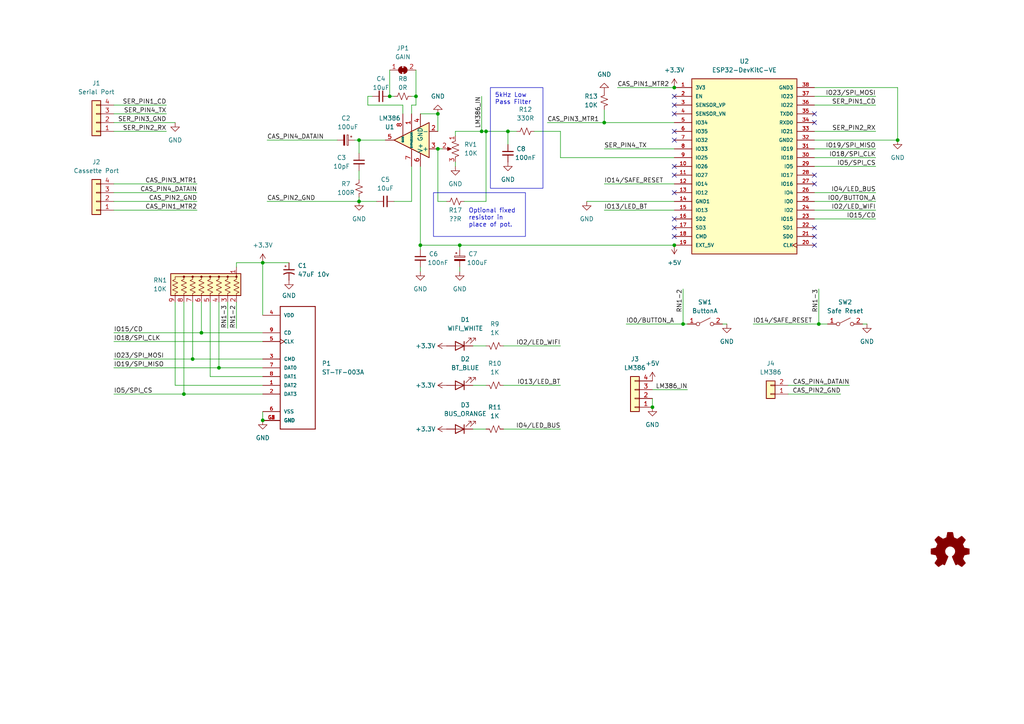
<source format=kicad_sch>
(kicad_sch (version 20230121) (generator eeschema)

  (uuid 530151af-e929-4ebc-81ba-062acbc84619)

  (paper "A4")

  (title_block
    (title "CoCo FujiNet")
    (date "2024-01-16")
    (rev "Rev 00")
  )

  (lib_symbols
    (symbol "Amplifier_Audio:LM386" (pin_names (offset 0.127)) (in_bom yes) (on_board yes)
      (property "Reference" "U" (at 1.27 7.62 0)
        (effects (font (size 1.27 1.27)) (justify left))
      )
      (property "Value" "LM386" (at 1.27 5.08 0)
        (effects (font (size 1.27 1.27)) (justify left))
      )
      (property "Footprint" "" (at 2.54 2.54 0)
        (effects (font (size 1.27 1.27)) hide)
      )
      (property "Datasheet" "http://www.ti.com/lit/ds/symlink/lm386.pdf" (at 5.08 5.08 0)
        (effects (font (size 1.27 1.27)) hide)
      )
      (property "ki_keywords" "single Power opamp" (at 0 0 0)
        (effects (font (size 1.27 1.27)) hide)
      )
      (property "ki_description" "Low Voltage Audio Power Amplifier, DIP-8/SOIC-8/SSOP-8" (at 0 0 0)
        (effects (font (size 1.27 1.27)) hide)
      )
      (property "ki_fp_filters" "SOIC*3.9x4.9mm*P1.27mm* DIP*W7.62mm* MSSOP*P0.65mm* TSSOP*3x3mm*P0.5mm*" (at 0 0 0)
        (effects (font (size 1.27 1.27)) hide)
      )
      (symbol "LM386_0_1"
        (polyline
          (pts
            (xy 5.08 0)
            (xy -5.08 5.08)
            (xy -5.08 -5.08)
            (xy 5.08 0)
          )
          (stroke (width 0.254) (type default))
          (fill (type background))
        )
      )
      (symbol "LM386_1_1"
        (pin input line (at 0 -7.62 90) (length 5.08)
          (name "GAIN" (effects (font (size 0.508 0.508))))
          (number "1" (effects (font (size 1.27 1.27))))
        )
        (pin input line (at -7.62 -2.54 0) (length 2.54)
          (name "-" (effects (font (size 1.27 1.27))))
          (number "2" (effects (font (size 1.27 1.27))))
        )
        (pin input line (at -7.62 2.54 0) (length 2.54)
          (name "+" (effects (font (size 1.27 1.27))))
          (number "3" (effects (font (size 1.27 1.27))))
        )
        (pin power_in line (at -2.54 -7.62 90) (length 3.81)
          (name "GND" (effects (font (size 1.27 1.27))))
          (number "4" (effects (font (size 1.27 1.27))))
        )
        (pin output line (at 7.62 0 180) (length 2.54)
          (name "~" (effects (font (size 1.27 1.27))))
          (number "5" (effects (font (size 1.27 1.27))))
        )
        (pin power_in line (at -2.54 7.62 270) (length 3.81)
          (name "V+" (effects (font (size 1.27 1.27))))
          (number "6" (effects (font (size 1.27 1.27))))
        )
        (pin input line (at 0 7.62 270) (length 5.08)
          (name "BYPASS" (effects (font (size 0.508 0.508))))
          (number "7" (effects (font (size 1.27 1.27))))
        )
        (pin input line (at 2.54 -7.62 90) (length 6.35)
          (name "GAIN" (effects (font (size 0.508 0.508))))
          (number "8" (effects (font (size 1.27 1.27))))
        )
      )
    )
    (symbol "Connector_Generic:Conn_01x02" (pin_names (offset 1.016) hide) (in_bom yes) (on_board yes)
      (property "Reference" "J" (at 0 2.54 0)
        (effects (font (size 1.27 1.27)))
      )
      (property "Value" "Conn_01x02" (at 0 -5.08 0)
        (effects (font (size 1.27 1.27)))
      )
      (property "Footprint" "" (at 0 0 0)
        (effects (font (size 1.27 1.27)) hide)
      )
      (property "Datasheet" "~" (at 0 0 0)
        (effects (font (size 1.27 1.27)) hide)
      )
      (property "ki_keywords" "connector" (at 0 0 0)
        (effects (font (size 1.27 1.27)) hide)
      )
      (property "ki_description" "Generic connector, single row, 01x02, script generated (kicad-library-utils/schlib/autogen/connector/)" (at 0 0 0)
        (effects (font (size 1.27 1.27)) hide)
      )
      (property "ki_fp_filters" "Connector*:*_1x??_*" (at 0 0 0)
        (effects (font (size 1.27 1.27)) hide)
      )
      (symbol "Conn_01x02_1_1"
        (rectangle (start -1.27 -2.413) (end 0 -2.667)
          (stroke (width 0.1524) (type default))
          (fill (type none))
        )
        (rectangle (start -1.27 0.127) (end 0 -0.127)
          (stroke (width 0.1524) (type default))
          (fill (type none))
        )
        (rectangle (start -1.27 1.27) (end 1.27 -3.81)
          (stroke (width 0.254) (type default))
          (fill (type background))
        )
        (pin passive line (at -5.08 0 0) (length 3.81)
          (name "Pin_1" (effects (font (size 1.27 1.27))))
          (number "1" (effects (font (size 1.27 1.27))))
        )
        (pin passive line (at -5.08 -2.54 0) (length 3.81)
          (name "Pin_2" (effects (font (size 1.27 1.27))))
          (number "2" (effects (font (size 1.27 1.27))))
        )
      )
    )
    (symbol "Connector_Generic:Conn_01x04" (pin_names (offset 1.016) hide) (in_bom yes) (on_board yes)
      (property "Reference" "J" (at 0 5.08 0)
        (effects (font (size 1.27 1.27)))
      )
      (property "Value" "Conn_01x04" (at 0 -7.62 0)
        (effects (font (size 1.27 1.27)))
      )
      (property "Footprint" "" (at 0 0 0)
        (effects (font (size 1.27 1.27)) hide)
      )
      (property "Datasheet" "~" (at 0 0 0)
        (effects (font (size 1.27 1.27)) hide)
      )
      (property "ki_keywords" "connector" (at 0 0 0)
        (effects (font (size 1.27 1.27)) hide)
      )
      (property "ki_description" "Generic connector, single row, 01x04, script generated (kicad-library-utils/schlib/autogen/connector/)" (at 0 0 0)
        (effects (font (size 1.27 1.27)) hide)
      )
      (property "ki_fp_filters" "Connector*:*_1x??_*" (at 0 0 0)
        (effects (font (size 1.27 1.27)) hide)
      )
      (symbol "Conn_01x04_1_1"
        (rectangle (start -1.27 -4.953) (end 0 -5.207)
          (stroke (width 0.1524) (type default))
          (fill (type none))
        )
        (rectangle (start -1.27 -2.413) (end 0 -2.667)
          (stroke (width 0.1524) (type default))
          (fill (type none))
        )
        (rectangle (start -1.27 0.127) (end 0 -0.127)
          (stroke (width 0.1524) (type default))
          (fill (type none))
        )
        (rectangle (start -1.27 2.667) (end 0 2.413)
          (stroke (width 0.1524) (type default))
          (fill (type none))
        )
        (rectangle (start -1.27 3.81) (end 1.27 -6.35)
          (stroke (width 0.254) (type default))
          (fill (type background))
        )
        (pin passive line (at -5.08 2.54 0) (length 3.81)
          (name "Pin_1" (effects (font (size 1.27 1.27))))
          (number "1" (effects (font (size 1.27 1.27))))
        )
        (pin passive line (at -5.08 0 0) (length 3.81)
          (name "Pin_2" (effects (font (size 1.27 1.27))))
          (number "2" (effects (font (size 1.27 1.27))))
        )
        (pin passive line (at -5.08 -2.54 0) (length 3.81)
          (name "Pin_3" (effects (font (size 1.27 1.27))))
          (number "3" (effects (font (size 1.27 1.27))))
        )
        (pin passive line (at -5.08 -5.08 0) (length 3.81)
          (name "Pin_4" (effects (font (size 1.27 1.27))))
          (number "4" (effects (font (size 1.27 1.27))))
        )
      )
    )
    (symbol "Device:C_Polarized_Small" (pin_numbers hide) (pin_names (offset 0.254) hide) (in_bom yes) (on_board yes)
      (property "Reference" "C" (at 0.254 1.778 0)
        (effects (font (size 1.27 1.27)) (justify left))
      )
      (property "Value" "C_Polarized_Small" (at 0.254 -2.032 0)
        (effects (font (size 1.27 1.27)) (justify left))
      )
      (property "Footprint" "" (at 0 0 0)
        (effects (font (size 1.27 1.27)) hide)
      )
      (property "Datasheet" "~" (at 0 0 0)
        (effects (font (size 1.27 1.27)) hide)
      )
      (property "ki_keywords" "cap capacitor" (at 0 0 0)
        (effects (font (size 1.27 1.27)) hide)
      )
      (property "ki_description" "Polarized capacitor, small symbol" (at 0 0 0)
        (effects (font (size 1.27 1.27)) hide)
      )
      (property "ki_fp_filters" "CP_*" (at 0 0 0)
        (effects (font (size 1.27 1.27)) hide)
      )
      (symbol "C_Polarized_Small_0_1"
        (rectangle (start -1.524 -0.3048) (end 1.524 -0.6858)
          (stroke (width 0) (type default))
          (fill (type outline))
        )
        (rectangle (start -1.524 0.6858) (end 1.524 0.3048)
          (stroke (width 0) (type default))
          (fill (type none))
        )
        (polyline
          (pts
            (xy -1.27 1.524)
            (xy -0.762 1.524)
          )
          (stroke (width 0) (type default))
          (fill (type none))
        )
        (polyline
          (pts
            (xy -1.016 1.27)
            (xy -1.016 1.778)
          )
          (stroke (width 0) (type default))
          (fill (type none))
        )
      )
      (symbol "C_Polarized_Small_1_1"
        (pin passive line (at 0 2.54 270) (length 1.8542)
          (name "~" (effects (font (size 1.27 1.27))))
          (number "1" (effects (font (size 1.27 1.27))))
        )
        (pin passive line (at 0 -2.54 90) (length 1.8542)
          (name "~" (effects (font (size 1.27 1.27))))
          (number "2" (effects (font (size 1.27 1.27))))
        )
      )
    )
    (symbol "Device:C_Polarized_Small_US" (pin_numbers hide) (pin_names (offset 0.254) hide) (in_bom yes) (on_board yes)
      (property "Reference" "C" (at 0.254 1.778 0)
        (effects (font (size 1.27 1.27)) (justify left))
      )
      (property "Value" "C_Polarized_Small_US" (at 0.254 -2.032 0)
        (effects (font (size 1.27 1.27)) (justify left))
      )
      (property "Footprint" "" (at 0 0 0)
        (effects (font (size 1.27 1.27)) hide)
      )
      (property "Datasheet" "~" (at 0 0 0)
        (effects (font (size 1.27 1.27)) hide)
      )
      (property "ki_keywords" "cap capacitor" (at 0 0 0)
        (effects (font (size 1.27 1.27)) hide)
      )
      (property "ki_description" "Polarized capacitor, small US symbol" (at 0 0 0)
        (effects (font (size 1.27 1.27)) hide)
      )
      (property "ki_fp_filters" "CP_*" (at 0 0 0)
        (effects (font (size 1.27 1.27)) hide)
      )
      (symbol "C_Polarized_Small_US_0_1"
        (polyline
          (pts
            (xy -1.524 0.508)
            (xy 1.524 0.508)
          )
          (stroke (width 0.3048) (type default))
          (fill (type none))
        )
        (polyline
          (pts
            (xy -1.27 1.524)
            (xy -0.762 1.524)
          )
          (stroke (width 0) (type default))
          (fill (type none))
        )
        (polyline
          (pts
            (xy -1.016 1.27)
            (xy -1.016 1.778)
          )
          (stroke (width 0) (type default))
          (fill (type none))
        )
        (arc (start 1.524 -0.762) (mid 0 -0.3734) (end -1.524 -0.762)
          (stroke (width 0.3048) (type default))
          (fill (type none))
        )
      )
      (symbol "C_Polarized_Small_US_1_1"
        (pin passive line (at 0 2.54 270) (length 2.032)
          (name "~" (effects (font (size 1.27 1.27))))
          (number "1" (effects (font (size 1.27 1.27))))
        )
        (pin passive line (at 0 -2.54 90) (length 2.032)
          (name "~" (effects (font (size 1.27 1.27))))
          (number "2" (effects (font (size 1.27 1.27))))
        )
      )
    )
    (symbol "Device:C_Small" (pin_numbers hide) (pin_names (offset 0.254) hide) (in_bom yes) (on_board yes)
      (property "Reference" "C" (at 0.254 1.778 0)
        (effects (font (size 1.27 1.27)) (justify left))
      )
      (property "Value" "C_Small" (at 0.254 -2.032 0)
        (effects (font (size 1.27 1.27)) (justify left))
      )
      (property "Footprint" "" (at 0 0 0)
        (effects (font (size 1.27 1.27)) hide)
      )
      (property "Datasheet" "~" (at 0 0 0)
        (effects (font (size 1.27 1.27)) hide)
      )
      (property "ki_keywords" "capacitor cap" (at 0 0 0)
        (effects (font (size 1.27 1.27)) hide)
      )
      (property "ki_description" "Unpolarized capacitor, small symbol" (at 0 0 0)
        (effects (font (size 1.27 1.27)) hide)
      )
      (property "ki_fp_filters" "C_*" (at 0 0 0)
        (effects (font (size 1.27 1.27)) hide)
      )
      (symbol "C_Small_0_1"
        (polyline
          (pts
            (xy -1.524 -0.508)
            (xy 1.524 -0.508)
          )
          (stroke (width 0.3302) (type default))
          (fill (type none))
        )
        (polyline
          (pts
            (xy -1.524 0.508)
            (xy 1.524 0.508)
          )
          (stroke (width 0.3048) (type default))
          (fill (type none))
        )
      )
      (symbol "C_Small_1_1"
        (pin passive line (at 0 2.54 270) (length 2.032)
          (name "~" (effects (font (size 1.27 1.27))))
          (number "1" (effects (font (size 1.27 1.27))))
        )
        (pin passive line (at 0 -2.54 90) (length 2.032)
          (name "~" (effects (font (size 1.27 1.27))))
          (number "2" (effects (font (size 1.27 1.27))))
        )
      )
    )
    (symbol "Device:LED" (pin_numbers hide) (pin_names (offset 1.016) hide) (in_bom yes) (on_board yes)
      (property "Reference" "D" (at 0 2.54 0)
        (effects (font (size 1.27 1.27)))
      )
      (property "Value" "LED" (at 0 -2.54 0)
        (effects (font (size 1.27 1.27)))
      )
      (property "Footprint" "" (at 0 0 0)
        (effects (font (size 1.27 1.27)) hide)
      )
      (property "Datasheet" "~" (at 0 0 0)
        (effects (font (size 1.27 1.27)) hide)
      )
      (property "ki_keywords" "LED diode" (at 0 0 0)
        (effects (font (size 1.27 1.27)) hide)
      )
      (property "ki_description" "Light emitting diode" (at 0 0 0)
        (effects (font (size 1.27 1.27)) hide)
      )
      (property "ki_fp_filters" "LED* LED_SMD:* LED_THT:*" (at 0 0 0)
        (effects (font (size 1.27 1.27)) hide)
      )
      (symbol "LED_0_1"
        (polyline
          (pts
            (xy -1.27 -1.27)
            (xy -1.27 1.27)
          )
          (stroke (width 0.254) (type default))
          (fill (type none))
        )
        (polyline
          (pts
            (xy -1.27 0)
            (xy 1.27 0)
          )
          (stroke (width 0) (type default))
          (fill (type none))
        )
        (polyline
          (pts
            (xy 1.27 -1.27)
            (xy 1.27 1.27)
            (xy -1.27 0)
            (xy 1.27 -1.27)
          )
          (stroke (width 0.254) (type default))
          (fill (type none))
        )
        (polyline
          (pts
            (xy -3.048 -0.762)
            (xy -4.572 -2.286)
            (xy -3.81 -2.286)
            (xy -4.572 -2.286)
            (xy -4.572 -1.524)
          )
          (stroke (width 0) (type default))
          (fill (type none))
        )
        (polyline
          (pts
            (xy -1.778 -0.762)
            (xy -3.302 -2.286)
            (xy -2.54 -2.286)
            (xy -3.302 -2.286)
            (xy -3.302 -1.524)
          )
          (stroke (width 0) (type default))
          (fill (type none))
        )
      )
      (symbol "LED_1_1"
        (pin passive line (at -3.81 0 0) (length 2.54)
          (name "K" (effects (font (size 1.27 1.27))))
          (number "1" (effects (font (size 1.27 1.27))))
        )
        (pin passive line (at 3.81 0 180) (length 2.54)
          (name "A" (effects (font (size 1.27 1.27))))
          (number "2" (effects (font (size 1.27 1.27))))
        )
      )
    )
    (symbol "Device:R_Network08_US" (pin_names (offset 0) hide) (in_bom yes) (on_board yes)
      (property "Reference" "RN" (at -12.7 0 90)
        (effects (font (size 1.27 1.27)))
      )
      (property "Value" "R_Network08_US" (at 10.16 0 90)
        (effects (font (size 1.27 1.27)))
      )
      (property "Footprint" "Resistor_THT:R_Array_SIP9" (at 12.065 0 90)
        (effects (font (size 1.27 1.27)) hide)
      )
      (property "Datasheet" "http://www.vishay.com/docs/31509/csc.pdf" (at 0 0 0)
        (effects (font (size 1.27 1.27)) hide)
      )
      (property "ki_keywords" "R network star-topology" (at 0 0 0)
        (effects (font (size 1.27 1.27)) hide)
      )
      (property "ki_description" "8 resistor network, star topology, bussed resistors, small US symbol" (at 0 0 0)
        (effects (font (size 1.27 1.27)) hide)
      )
      (property "ki_fp_filters" "R?Array?SIP*" (at 0 0 0)
        (effects (font (size 1.27 1.27)) hide)
      )
      (symbol "R_Network08_US_0_1"
        (rectangle (start -11.43 -3.175) (end 8.89 3.175)
          (stroke (width 0.254) (type default))
          (fill (type background))
        )
        (circle (center -10.16 2.286) (radius 0.254)
          (stroke (width 0) (type default))
          (fill (type outline))
        )
        (circle (center -7.62 2.286) (radius 0.254)
          (stroke (width 0) (type default))
          (fill (type outline))
        )
        (circle (center -5.08 2.286) (radius 0.254)
          (stroke (width 0) (type default))
          (fill (type outline))
        )
        (circle (center -2.54 2.286) (radius 0.254)
          (stroke (width 0) (type default))
          (fill (type outline))
        )
        (polyline
          (pts
            (xy -10.16 2.286)
            (xy 7.62 2.286)
          )
          (stroke (width 0) (type default))
          (fill (type none))
        )
        (polyline
          (pts
            (xy -10.16 2.286)
            (xy -10.16 1.524)
            (xy -9.398 1.1684)
            (xy -10.922 0.508)
            (xy -9.398 -0.1524)
            (xy -10.922 -0.8382)
            (xy -9.398 -1.524)
            (xy -10.922 -2.1844)
            (xy -10.16 -2.54)
            (xy -10.16 -3.81)
          )
          (stroke (width 0) (type default))
          (fill (type none))
        )
        (polyline
          (pts
            (xy -7.62 2.286)
            (xy -7.62 1.524)
            (xy -6.858 1.1684)
            (xy -8.382 0.508)
            (xy -6.858 -0.1524)
            (xy -8.382 -0.8382)
            (xy -6.858 -1.524)
            (xy -8.382 -2.1844)
            (xy -7.62 -2.54)
            (xy -7.62 -3.81)
          )
          (stroke (width 0) (type default))
          (fill (type none))
        )
        (polyline
          (pts
            (xy -5.08 2.286)
            (xy -5.08 1.524)
            (xy -4.318 1.1684)
            (xy -5.842 0.508)
            (xy -4.318 -0.1524)
            (xy -5.842 -0.8382)
            (xy -4.318 -1.524)
            (xy -5.842 -2.1844)
            (xy -5.08 -2.54)
            (xy -5.08 -3.81)
          )
          (stroke (width 0) (type default))
          (fill (type none))
        )
        (polyline
          (pts
            (xy -2.54 2.286)
            (xy -2.54 1.524)
            (xy -1.778 1.1684)
            (xy -3.302 0.508)
            (xy -1.778 -0.1524)
            (xy -3.302 -0.8382)
            (xy -1.778 -1.524)
            (xy -3.302 -2.1844)
            (xy -2.54 -2.54)
            (xy -2.54 -3.81)
          )
          (stroke (width 0) (type default))
          (fill (type none))
        )
        (polyline
          (pts
            (xy 0 2.286)
            (xy 0 1.524)
            (xy 0.762 1.1684)
            (xy -0.762 0.508)
            (xy 0.762 -0.1524)
            (xy -0.762 -0.8382)
            (xy 0.762 -1.524)
            (xy -0.762 -2.1844)
            (xy 0 -2.54)
            (xy 0 -3.81)
          )
          (stroke (width 0) (type default))
          (fill (type none))
        )
        (polyline
          (pts
            (xy 2.54 2.286)
            (xy 2.54 1.524)
            (xy 3.302 1.1684)
            (xy 1.778 0.508)
            (xy 3.302 -0.1524)
            (xy 1.778 -0.8382)
            (xy 3.302 -1.524)
            (xy 1.778 -2.1844)
            (xy 2.54 -2.54)
            (xy 2.54 -3.81)
          )
          (stroke (width 0) (type default))
          (fill (type none))
        )
        (polyline
          (pts
            (xy 5.08 2.286)
            (xy 5.08 1.524)
            (xy 5.842 1.1684)
            (xy 4.318 0.508)
            (xy 5.842 -0.1524)
            (xy 4.318 -0.8382)
            (xy 5.842 -1.524)
            (xy 4.318 -2.1844)
            (xy 5.08 -2.54)
            (xy 5.08 -3.81)
          )
          (stroke (width 0) (type default))
          (fill (type none))
        )
        (polyline
          (pts
            (xy 7.62 2.286)
            (xy 7.62 1.524)
            (xy 8.382 1.1684)
            (xy 6.858 0.508)
            (xy 8.382 -0.1524)
            (xy 6.858 -0.8382)
            (xy 8.382 -1.524)
            (xy 6.858 -2.1844)
            (xy 7.62 -2.54)
            (xy 7.62 -3.81)
          )
          (stroke (width 0) (type default))
          (fill (type none))
        )
        (circle (center 0 2.286) (radius 0.254)
          (stroke (width 0) (type default))
          (fill (type outline))
        )
        (circle (center 2.54 2.286) (radius 0.254)
          (stroke (width 0) (type default))
          (fill (type outline))
        )
        (circle (center 5.08 2.286) (radius 0.254)
          (stroke (width 0) (type default))
          (fill (type outline))
        )
      )
      (symbol "R_Network08_US_1_1"
        (pin passive line (at -10.16 5.08 270) (length 2.54)
          (name "common" (effects (font (size 1.27 1.27))))
          (number "1" (effects (font (size 1.27 1.27))))
        )
        (pin passive line (at -10.16 -5.08 90) (length 1.27)
          (name "R1" (effects (font (size 1.27 1.27))))
          (number "2" (effects (font (size 1.27 1.27))))
        )
        (pin passive line (at -7.62 -5.08 90) (length 1.27)
          (name "R2" (effects (font (size 1.27 1.27))))
          (number "3" (effects (font (size 1.27 1.27))))
        )
        (pin passive line (at -5.08 -5.08 90) (length 1.27)
          (name "R3" (effects (font (size 1.27 1.27))))
          (number "4" (effects (font (size 1.27 1.27))))
        )
        (pin passive line (at -2.54 -5.08 90) (length 1.27)
          (name "R4" (effects (font (size 1.27 1.27))))
          (number "5" (effects (font (size 1.27 1.27))))
        )
        (pin passive line (at 0 -5.08 90) (length 1.27)
          (name "R5" (effects (font (size 1.27 1.27))))
          (number "6" (effects (font (size 1.27 1.27))))
        )
        (pin passive line (at 2.54 -5.08 90) (length 1.27)
          (name "R6" (effects (font (size 1.27 1.27))))
          (number "7" (effects (font (size 1.27 1.27))))
        )
        (pin passive line (at 5.08 -5.08 90) (length 1.27)
          (name "R7" (effects (font (size 1.27 1.27))))
          (number "8" (effects (font (size 1.27 1.27))))
        )
        (pin passive line (at 7.62 -5.08 90) (length 1.27)
          (name "R8" (effects (font (size 1.27 1.27))))
          (number "9" (effects (font (size 1.27 1.27))))
        )
      )
    )
    (symbol "Device:R_Potentiometer_US" (pin_names (offset 1.016) hide) (in_bom yes) (on_board yes)
      (property "Reference" "RV" (at -4.445 0 90)
        (effects (font (size 1.27 1.27)))
      )
      (property "Value" "R_Potentiometer_US" (at -2.54 0 90)
        (effects (font (size 1.27 1.27)))
      )
      (property "Footprint" "" (at 0 0 0)
        (effects (font (size 1.27 1.27)) hide)
      )
      (property "Datasheet" "~" (at 0 0 0)
        (effects (font (size 1.27 1.27)) hide)
      )
      (property "ki_keywords" "resistor variable" (at 0 0 0)
        (effects (font (size 1.27 1.27)) hide)
      )
      (property "ki_description" "Potentiometer, US symbol" (at 0 0 0)
        (effects (font (size 1.27 1.27)) hide)
      )
      (property "ki_fp_filters" "Potentiometer*" (at 0 0 0)
        (effects (font (size 1.27 1.27)) hide)
      )
      (symbol "R_Potentiometer_US_0_1"
        (polyline
          (pts
            (xy 0 -2.286)
            (xy 0 -2.54)
          )
          (stroke (width 0) (type default))
          (fill (type none))
        )
        (polyline
          (pts
            (xy 0 2.54)
            (xy 0 2.286)
          )
          (stroke (width 0) (type default))
          (fill (type none))
        )
        (polyline
          (pts
            (xy 2.54 0)
            (xy 1.524 0)
          )
          (stroke (width 0) (type default))
          (fill (type none))
        )
        (polyline
          (pts
            (xy 1.143 0)
            (xy 2.286 0.508)
            (xy 2.286 -0.508)
            (xy 1.143 0)
          )
          (stroke (width 0) (type default))
          (fill (type outline))
        )
        (polyline
          (pts
            (xy 0 -0.762)
            (xy 1.016 -1.143)
            (xy 0 -1.524)
            (xy -1.016 -1.905)
            (xy 0 -2.286)
          )
          (stroke (width 0) (type default))
          (fill (type none))
        )
        (polyline
          (pts
            (xy 0 0.762)
            (xy 1.016 0.381)
            (xy 0 0)
            (xy -1.016 -0.381)
            (xy 0 -0.762)
          )
          (stroke (width 0) (type default))
          (fill (type none))
        )
        (polyline
          (pts
            (xy 0 2.286)
            (xy 1.016 1.905)
            (xy 0 1.524)
            (xy -1.016 1.143)
            (xy 0 0.762)
          )
          (stroke (width 0) (type default))
          (fill (type none))
        )
      )
      (symbol "R_Potentiometer_US_1_1"
        (pin passive line (at 0 3.81 270) (length 1.27)
          (name "1" (effects (font (size 1.27 1.27))))
          (number "1" (effects (font (size 1.27 1.27))))
        )
        (pin passive line (at 3.81 0 180) (length 1.27)
          (name "2" (effects (font (size 1.27 1.27))))
          (number "2" (effects (font (size 1.27 1.27))))
        )
        (pin passive line (at 0 -3.81 90) (length 1.27)
          (name "3" (effects (font (size 1.27 1.27))))
          (number "3" (effects (font (size 1.27 1.27))))
        )
      )
    )
    (symbol "Device:R_Small_US" (pin_numbers hide) (pin_names (offset 0.254) hide) (in_bom yes) (on_board yes)
      (property "Reference" "R" (at 0.762 0.508 0)
        (effects (font (size 1.27 1.27)) (justify left))
      )
      (property "Value" "R_Small_US" (at 0.762 -1.016 0)
        (effects (font (size 1.27 1.27)) (justify left))
      )
      (property "Footprint" "" (at 0 0 0)
        (effects (font (size 1.27 1.27)) hide)
      )
      (property "Datasheet" "~" (at 0 0 0)
        (effects (font (size 1.27 1.27)) hide)
      )
      (property "ki_keywords" "r resistor" (at 0 0 0)
        (effects (font (size 1.27 1.27)) hide)
      )
      (property "ki_description" "Resistor, small US symbol" (at 0 0 0)
        (effects (font (size 1.27 1.27)) hide)
      )
      (property "ki_fp_filters" "R_*" (at 0 0 0)
        (effects (font (size 1.27 1.27)) hide)
      )
      (symbol "R_Small_US_1_1"
        (polyline
          (pts
            (xy 0 0)
            (xy 1.016 -0.381)
            (xy 0 -0.762)
            (xy -1.016 -1.143)
            (xy 0 -1.524)
          )
          (stroke (width 0) (type default))
          (fill (type none))
        )
        (polyline
          (pts
            (xy 0 1.524)
            (xy 1.016 1.143)
            (xy 0 0.762)
            (xy -1.016 0.381)
            (xy 0 0)
          )
          (stroke (width 0) (type default))
          (fill (type none))
        )
        (pin passive line (at 0 2.54 270) (length 1.016)
          (name "~" (effects (font (size 1.27 1.27))))
          (number "1" (effects (font (size 1.27 1.27))))
        )
        (pin passive line (at 0 -2.54 90) (length 1.016)
          (name "~" (effects (font (size 1.27 1.27))))
          (number "2" (effects (font (size 1.27 1.27))))
        )
      )
    )
    (symbol "ESP32-DEVKITC-32U:ESP32-DEVKITC-32U" (pin_names (offset 1.016)) (in_bom yes) (on_board yes)
      (property "Reference" "U" (at -15.2654 26.0604 0)
        (effects (font (size 1.27 1.27)) (justify left bottom))
      )
      (property "Value" "ESP32-DEVKITC-32U" (at -15.2654 -27.9654 0)
        (effects (font (size 1.27 1.27)) (justify left bottom))
      )
      (property "Footprint" "MODULE_ESP32-DEVKITC-32U" (at 0 0 0)
        (effects (font (size 1.27 1.27)) (justify left bottom) hide)
      )
      (property "Datasheet" "" (at 0 0 0)
        (effects (font (size 1.27 1.27)) (justify left bottom) hide)
      )
      (property "STANDARD" "Manufacturer Recommendations" (at 0 0 0)
        (effects (font (size 1.27 1.27)) (justify left bottom) hide)
      )
      (property "PARTREV" "N/A" (at 0 0 0)
        (effects (font (size 1.27 1.27)) (justify left bottom) hide)
      )
      (property "MANUFACTURER" "ESPRESSIF" (at 0 0 0)
        (effects (font (size 1.27 1.27)) (justify left bottom) hide)
      )
      (property "ki_locked" "" (at 0 0 0)
        (effects (font (size 1.27 1.27)))
      )
      (symbol "ESP32-DEVKITC-32U_0_0"
        (rectangle (start -15.24 -25.4) (end 15.24 25.4)
          (stroke (width 0.254) (type solid))
          (fill (type background))
        )
        (pin power_in line (at -20.32 22.86 0) (length 5.08)
          (name "3V3" (effects (font (size 1.016 1.016))))
          (number "1" (effects (font (size 1.016 1.016))))
        )
        (pin bidirectional line (at -20.32 0 0) (length 5.08)
          (name "IO26" (effects (font (size 1.016 1.016))))
          (number "10" (effects (font (size 1.016 1.016))))
        )
        (pin bidirectional line (at -20.32 -2.54 0) (length 5.08)
          (name "IO27" (effects (font (size 1.016 1.016))))
          (number "11" (effects (font (size 1.016 1.016))))
        )
        (pin bidirectional line (at -20.32 -5.08 0) (length 5.08)
          (name "IO14" (effects (font (size 1.016 1.016))))
          (number "12" (effects (font (size 1.016 1.016))))
        )
        (pin bidirectional line (at -20.32 -7.62 0) (length 5.08)
          (name "IO12" (effects (font (size 1.016 1.016))))
          (number "13" (effects (font (size 1.016 1.016))))
        )
        (pin power_in line (at -20.32 -10.16 0) (length 5.08)
          (name "GND1" (effects (font (size 1.016 1.016))))
          (number "14" (effects (font (size 1.016 1.016))))
        )
        (pin bidirectional line (at -20.32 -12.7 0) (length 5.08)
          (name "IO13" (effects (font (size 1.016 1.016))))
          (number "15" (effects (font (size 1.016 1.016))))
        )
        (pin bidirectional line (at -20.32 -15.24 0) (length 5.08)
          (name "SD2" (effects (font (size 1.016 1.016))))
          (number "16" (effects (font (size 1.016 1.016))))
        )
        (pin bidirectional line (at -20.32 -17.78 0) (length 5.08)
          (name "SD3" (effects (font (size 1.016 1.016))))
          (number "17" (effects (font (size 1.016 1.016))))
        )
        (pin bidirectional line (at -20.32 -20.32 0) (length 5.08)
          (name "CMD" (effects (font (size 1.016 1.016))))
          (number "18" (effects (font (size 1.016 1.016))))
        )
        (pin power_in line (at -20.32 -22.86 0) (length 5.08)
          (name "EXT_5V" (effects (font (size 1.016 1.016))))
          (number "19" (effects (font (size 1.016 1.016))))
        )
        (pin input line (at -20.32 20.32 0) (length 5.08)
          (name "EN" (effects (font (size 1.016 1.016))))
          (number "2" (effects (font (size 1.016 1.016))))
        )
        (pin input clock (at 20.32 -22.86 180) (length 5.08)
          (name "CLK" (effects (font (size 1.016 1.016))))
          (number "20" (effects (font (size 1.016 1.016))))
        )
        (pin bidirectional line (at 20.32 -20.32 180) (length 5.08)
          (name "SD0" (effects (font (size 1.016 1.016))))
          (number "21" (effects (font (size 1.016 1.016))))
        )
        (pin bidirectional line (at 20.32 -17.78 180) (length 5.08)
          (name "SD1" (effects (font (size 1.016 1.016))))
          (number "22" (effects (font (size 1.016 1.016))))
        )
        (pin bidirectional line (at 20.32 -15.24 180) (length 5.08)
          (name "IO15" (effects (font (size 1.016 1.016))))
          (number "23" (effects (font (size 1.016 1.016))))
        )
        (pin bidirectional line (at 20.32 -12.7 180) (length 5.08)
          (name "IO2" (effects (font (size 1.016 1.016))))
          (number "24" (effects (font (size 1.016 1.016))))
        )
        (pin bidirectional line (at 20.32 -10.16 180) (length 5.08)
          (name "IO0" (effects (font (size 1.016 1.016))))
          (number "25" (effects (font (size 1.016 1.016))))
        )
        (pin bidirectional line (at 20.32 -7.62 180) (length 5.08)
          (name "IO4" (effects (font (size 1.016 1.016))))
          (number "26" (effects (font (size 1.016 1.016))))
        )
        (pin bidirectional line (at 20.32 -5.08 180) (length 5.08)
          (name "IO16" (effects (font (size 1.016 1.016))))
          (number "27" (effects (font (size 1.016 1.016))))
        )
        (pin bidirectional line (at 20.32 -2.54 180) (length 5.08)
          (name "IO17" (effects (font (size 1.016 1.016))))
          (number "28" (effects (font (size 1.016 1.016))))
        )
        (pin bidirectional line (at 20.32 0 180) (length 5.08)
          (name "IO5" (effects (font (size 1.016 1.016))))
          (number "29" (effects (font (size 1.016 1.016))))
        )
        (pin input line (at -20.32 17.78 0) (length 5.08)
          (name "SENSOR_VP" (effects (font (size 1.016 1.016))))
          (number "3" (effects (font (size 1.016 1.016))))
        )
        (pin bidirectional line (at 20.32 2.54 180) (length 5.08)
          (name "IO18" (effects (font (size 1.016 1.016))))
          (number "30" (effects (font (size 1.016 1.016))))
        )
        (pin bidirectional line (at 20.32 5.08 180) (length 5.08)
          (name "IO19" (effects (font (size 1.016 1.016))))
          (number "31" (effects (font (size 1.016 1.016))))
        )
        (pin power_in line (at 20.32 7.62 180) (length 5.08)
          (name "GND2" (effects (font (size 1.016 1.016))))
          (number "32" (effects (font (size 1.016 1.016))))
        )
        (pin bidirectional line (at 20.32 10.16 180) (length 5.08)
          (name "IO21" (effects (font (size 1.016 1.016))))
          (number "33" (effects (font (size 1.016 1.016))))
        )
        (pin input line (at 20.32 12.7 180) (length 5.08)
          (name "RXD0" (effects (font (size 1.016 1.016))))
          (number "34" (effects (font (size 1.016 1.016))))
        )
        (pin output line (at 20.32 15.24 180) (length 5.08)
          (name "TXD0" (effects (font (size 1.016 1.016))))
          (number "35" (effects (font (size 1.016 1.016))))
        )
        (pin bidirectional line (at 20.32 17.78 180) (length 5.08)
          (name "IO22" (effects (font (size 1.016 1.016))))
          (number "36" (effects (font (size 1.016 1.016))))
        )
        (pin bidirectional line (at 20.32 20.32 180) (length 5.08)
          (name "IO23" (effects (font (size 1.016 1.016))))
          (number "37" (effects (font (size 1.016 1.016))))
        )
        (pin power_in line (at 20.32 22.86 180) (length 5.08)
          (name "GND3" (effects (font (size 1.016 1.016))))
          (number "38" (effects (font (size 1.016 1.016))))
        )
        (pin input line (at -20.32 15.24 0) (length 5.08)
          (name "SENSOR_VN" (effects (font (size 1.016 1.016))))
          (number "4" (effects (font (size 1.016 1.016))))
        )
        (pin bidirectional line (at -20.32 12.7 0) (length 5.08)
          (name "IO34" (effects (font (size 1.016 1.016))))
          (number "5" (effects (font (size 1.016 1.016))))
        )
        (pin bidirectional line (at -20.32 10.16 0) (length 5.08)
          (name "IO35" (effects (font (size 1.016 1.016))))
          (number "6" (effects (font (size 1.016 1.016))))
        )
        (pin bidirectional line (at -20.32 7.62 0) (length 5.08)
          (name "IO32" (effects (font (size 1.016 1.016))))
          (number "7" (effects (font (size 1.016 1.016))))
        )
        (pin bidirectional line (at -20.32 5.08 0) (length 5.08)
          (name "IO33" (effects (font (size 1.016 1.016))))
          (number "8" (effects (font (size 1.016 1.016))))
        )
        (pin bidirectional line (at -20.32 2.54 0) (length 5.08)
          (name "IO25" (effects (font (size 1.016 1.016))))
          (number "9" (effects (font (size 1.016 1.016))))
        )
      )
    )
    (symbol "Graphic:Logo_Open_Hardware_Small" (in_bom no) (on_board no)
      (property "Reference" "#SYM" (at 0 6.985 0)
        (effects (font (size 1.27 1.27)) hide)
      )
      (property "Value" "Logo_Open_Hardware_Small" (at 0 -5.715 0)
        (effects (font (size 1.27 1.27)) hide)
      )
      (property "Footprint" "" (at 0 0 0)
        (effects (font (size 1.27 1.27)) hide)
      )
      (property "Datasheet" "~" (at 0 0 0)
        (effects (font (size 1.27 1.27)) hide)
      )
      (property "Sim.Enable" "0" (at 0 0 0)
        (effects (font (size 1.27 1.27)) hide)
      )
      (property "ki_keywords" "Logo" (at 0 0 0)
        (effects (font (size 1.27 1.27)) hide)
      )
      (property "ki_description" "Open Hardware logo, small" (at 0 0 0)
        (effects (font (size 1.27 1.27)) hide)
      )
      (symbol "Logo_Open_Hardware_Small_0_1"
        (polyline
          (pts
            (xy 3.3528 -4.3434)
            (xy 3.302 -4.318)
            (xy 3.175 -4.2418)
            (xy 2.9972 -4.1148)
            (xy 2.7686 -3.9624)
            (xy 2.54 -3.81)
            (xy 2.3622 -3.7084)
            (xy 2.2352 -3.6068)
            (xy 2.1844 -3.5814)
            (xy 2.159 -3.6068)
            (xy 2.0574 -3.6576)
            (xy 1.905 -3.7338)
            (xy 1.8034 -3.7846)
            (xy 1.6764 -3.8354)
            (xy 1.6002 -3.8354)
            (xy 1.6002 -3.8354)
            (xy 1.5494 -3.7338)
            (xy 1.4732 -3.5306)
            (xy 1.3462 -3.302)
            (xy 1.2446 -3.0226)
            (xy 1.1176 -2.7178)
            (xy 0.9652 -2.413)
            (xy 0.8636 -2.1082)
            (xy 0.7366 -1.8288)
            (xy 0.6604 -1.6256)
            (xy 0.6096 -1.4732)
            (xy 0.5842 -1.397)
            (xy 0.5842 -1.397)
            (xy 0.6604 -1.3208)
            (xy 0.7874 -1.2446)
            (xy 1.0414 -1.016)
            (xy 1.2954 -0.6858)
            (xy 1.4478 -0.3302)
            (xy 1.524 0.0762)
            (xy 1.4732 0.4572)
            (xy 1.3208 0.8128)
            (xy 1.0668 1.143)
            (xy 0.762 1.3716)
            (xy 0.4064 1.524)
            (xy 0 1.5748)
            (xy -0.381 1.5494)
            (xy -0.7366 1.397)
            (xy -1.0668 1.143)
            (xy -1.2192 0.9906)
            (xy -1.397 0.6604)
            (xy -1.524 0.3048)
            (xy -1.524 0.2286)
            (xy -1.4986 -0.1778)
            (xy -1.397 -0.5334)
            (xy -1.1938 -0.8636)
            (xy -0.9144 -1.143)
            (xy -0.8636 -1.1684)
            (xy -0.7366 -1.27)
            (xy -0.635 -1.3462)
            (xy -0.5842 -1.397)
            (xy -1.0668 -2.5908)
            (xy -1.143 -2.794)
            (xy -1.2954 -3.1242)
            (xy -1.397 -3.4036)
            (xy -1.4986 -3.6322)
            (xy -1.5748 -3.7846)
            (xy -1.6002 -3.8354)
            (xy -1.6002 -3.8354)
            (xy -1.651 -3.8354)
            (xy -1.7272 -3.81)
            (xy -1.905 -3.7338)
            (xy -2.0066 -3.683)
            (xy -2.1336 -3.6068)
            (xy -2.2098 -3.5814)
            (xy -2.2606 -3.6068)
            (xy -2.3622 -3.683)
            (xy -2.54 -3.81)
            (xy -2.7686 -3.9624)
            (xy -2.9718 -4.0894)
            (xy -3.1496 -4.2164)
            (xy -3.302 -4.318)
            (xy -3.3528 -4.3434)
            (xy -3.3782 -4.3434)
            (xy -3.429 -4.318)
            (xy -3.5306 -4.2164)
            (xy -3.7084 -4.064)
            (xy -3.937 -3.8354)
            (xy -3.9624 -3.81)
            (xy -4.1656 -3.6068)
            (xy -4.318 -3.4544)
            (xy -4.4196 -3.3274)
            (xy -4.445 -3.2766)
            (xy -4.445 -3.2766)
            (xy -4.4196 -3.2258)
            (xy -4.318 -3.0734)
            (xy -4.2164 -2.8956)
            (xy -4.064 -2.667)
            (xy -3.6576 -2.0828)
            (xy -3.8862 -1.5494)
            (xy -3.937 -1.3716)
            (xy -4.0386 -1.1684)
            (xy -4.0894 -1.0414)
            (xy -4.1148 -0.9652)
            (xy -4.191 -0.9398)
            (xy -4.318 -0.9144)
            (xy -4.5466 -0.8636)
            (xy -4.8006 -0.8128)
            (xy -5.0546 -0.7874)
            (xy -5.2578 -0.7366)
            (xy -5.4356 -0.7112)
            (xy -5.5118 -0.6858)
            (xy -5.5118 -0.6858)
            (xy -5.5372 -0.635)
            (xy -5.5372 -0.5588)
            (xy -5.5372 -0.4318)
            (xy -5.5626 -0.2286)
            (xy -5.5626 0.0762)
            (xy -5.5626 0.127)
            (xy -5.5372 0.4064)
            (xy -5.5372 0.635)
            (xy -5.5372 0.762)
            (xy -5.5372 0.8382)
            (xy -5.5372 0.8382)
            (xy -5.461 0.8382)
            (xy -5.3086 0.889)
            (xy -5.08 0.9144)
            (xy -4.826 0.9652)
            (xy -4.8006 0.9906)
            (xy -4.5466 1.0414)
            (xy -4.318 1.0668)
            (xy -4.1656 1.1176)
            (xy -4.0894 1.143)
            (xy -4.0894 1.143)
            (xy -4.0386 1.2446)
            (xy -3.9624 1.4224)
            (xy -3.8608 1.6256)
            (xy -3.7846 1.8288)
            (xy -3.7084 2.0066)
            (xy -3.6576 2.159)
            (xy -3.6322 2.2098)
            (xy -3.6322 2.2098)
            (xy -3.683 2.286)
            (xy -3.7592 2.413)
            (xy -3.8862 2.5908)
            (xy -4.064 2.8194)
            (xy -4.064 2.8448)
            (xy -4.2164 3.0734)
            (xy -4.3434 3.2512)
            (xy -4.4196 3.3782)
            (xy -4.445 3.4544)
            (xy -4.445 3.4544)
            (xy -4.3942 3.5052)
            (xy -4.2926 3.6322)
            (xy -4.1148 3.81)
            (xy -3.937 4.0132)
            (xy -3.8608 4.064)
            (xy -3.6576 4.2926)
            (xy -3.5052 4.4196)
            (xy -3.4036 4.4958)
            (xy -3.3528 4.5212)
            (xy -3.3528 4.5212)
            (xy -3.302 4.4704)
            (xy -3.1496 4.3688)
            (xy -2.9718 4.2418)
            (xy -2.7432 4.0894)
            (xy -2.7178 4.0894)
            (xy -2.4892 3.937)
            (xy -2.3114 3.81)
            (xy -2.1844 3.7084)
            (xy -2.1336 3.683)
            (xy -2.1082 3.683)
            (xy -2.032 3.7084)
            (xy -1.8542 3.7592)
            (xy -1.6764 3.8354)
            (xy -1.4732 3.937)
            (xy -1.27 4.0132)
            (xy -1.143 4.064)
            (xy -1.0668 4.1148)
            (xy -1.0668 4.1148)
            (xy -1.0414 4.191)
            (xy -1.016 4.3434)
            (xy -0.9652 4.572)
            (xy -0.9144 4.8514)
            (xy -0.889 4.9022)
            (xy -0.8382 5.1562)
            (xy -0.8128 5.3848)
            (xy -0.7874 5.5372)
            (xy -0.762 5.588)
            (xy -0.7112 5.6134)
            (xy -0.5842 5.6134)
            (xy -0.4064 5.6134)
            (xy -0.1524 5.6134)
            (xy 0.0762 5.6134)
            (xy 0.3302 5.6134)
            (xy 0.5334 5.6134)
            (xy 0.6858 5.588)
            (xy 0.7366 5.588)
            (xy 0.7366 5.588)
            (xy 0.762 5.5118)
            (xy 0.8128 5.334)
            (xy 0.8382 5.1054)
            (xy 0.9144 4.826)
            (xy 0.9144 4.7752)
            (xy 0.9652 4.5212)
            (xy 1.016 4.2926)
            (xy 1.0414 4.1402)
            (xy 1.0668 4.0894)
            (xy 1.0668 4.0894)
            (xy 1.1938 4.0386)
            (xy 1.3716 3.9624)
            (xy 1.5748 3.8608)
            (xy 2.0828 3.6576)
            (xy 2.7178 4.0894)
            (xy 2.7686 4.1402)
            (xy 2.9972 4.2926)
            (xy 3.175 4.4196)
            (xy 3.302 4.4958)
            (xy 3.3782 4.5212)
            (xy 3.3782 4.5212)
            (xy 3.429 4.4704)
            (xy 3.556 4.3434)
            (xy 3.7338 4.191)
            (xy 3.9116 3.9878)
            (xy 4.064 3.8354)
            (xy 4.2418 3.6576)
            (xy 4.3434 3.556)
            (xy 4.4196 3.4798)
            (xy 4.4196 3.429)
            (xy 4.4196 3.4036)
            (xy 4.3942 3.3274)
            (xy 4.2926 3.2004)
            (xy 4.1656 2.9972)
            (xy 4.0132 2.794)
            (xy 3.8862 2.5908)
            (xy 3.7592 2.3876)
            (xy 3.6576 2.2352)
            (xy 3.6322 2.159)
            (xy 3.6322 2.1336)
            (xy 3.683 2.0066)
            (xy 3.7592 1.8288)
            (xy 3.8608 1.6002)
            (xy 4.064 1.1176)
            (xy 4.3942 1.0414)
            (xy 4.5974 1.016)
            (xy 4.8768 0.9652)
            (xy 5.1308 0.9144)
            (xy 5.5372 0.8382)
            (xy 5.5626 -0.6604)
            (xy 5.4864 -0.6858)
            (xy 5.4356 -0.6858)
            (xy 5.2832 -0.7366)
            (xy 5.0546 -0.762)
            (xy 4.8006 -0.8128)
            (xy 4.5974 -0.8636)
            (xy 4.3688 -0.9144)
            (xy 4.2164 -0.9398)
            (xy 4.1402 -0.9398)
            (xy 4.1148 -0.9652)
            (xy 4.064 -1.0668)
            (xy 3.9878 -1.2446)
            (xy 3.9116 -1.4478)
            (xy 3.81 -1.651)
            (xy 3.7338 -1.8542)
            (xy 3.683 -2.0066)
            (xy 3.6576 -2.0828)
            (xy 3.683 -2.1336)
            (xy 3.7846 -2.2606)
            (xy 3.8862 -2.4638)
            (xy 4.0386 -2.667)
            (xy 4.191 -2.8956)
            (xy 4.318 -3.0734)
            (xy 4.3942 -3.2004)
            (xy 4.445 -3.2766)
            (xy 4.4196 -3.3274)
            (xy 4.3434 -3.429)
            (xy 4.1656 -3.5814)
            (xy 3.937 -3.8354)
            (xy 3.8862 -3.8608)
            (xy 3.683 -4.064)
            (xy 3.5306 -4.2164)
            (xy 3.4036 -4.318)
            (xy 3.3528 -4.3434)
          )
          (stroke (width 0) (type default))
          (fill (type outline))
        )
      )
    )
    (symbol "Jumper:SolderJumper_2_Bridged" (pin_names (offset 0) hide) (in_bom yes) (on_board yes)
      (property "Reference" "JP" (at 0 2.032 0)
        (effects (font (size 1.27 1.27)))
      )
      (property "Value" "SolderJumper_2_Bridged" (at 0 -2.54 0)
        (effects (font (size 1.27 1.27)))
      )
      (property "Footprint" "" (at 0 0 0)
        (effects (font (size 1.27 1.27)) hide)
      )
      (property "Datasheet" "~" (at 0 0 0)
        (effects (font (size 1.27 1.27)) hide)
      )
      (property "ki_keywords" "solder jumper SPST" (at 0 0 0)
        (effects (font (size 1.27 1.27)) hide)
      )
      (property "ki_description" "Solder Jumper, 2-pole, closed/bridged" (at 0 0 0)
        (effects (font (size 1.27 1.27)) hide)
      )
      (property "ki_fp_filters" "SolderJumper*Bridged*" (at 0 0 0)
        (effects (font (size 1.27 1.27)) hide)
      )
      (symbol "SolderJumper_2_Bridged_0_1"
        (rectangle (start -0.508 0.508) (end 0.508 -0.508)
          (stroke (width 0) (type default))
          (fill (type outline))
        )
        (arc (start -0.254 1.016) (mid -1.2656 0) (end -0.254 -1.016)
          (stroke (width 0) (type default))
          (fill (type none))
        )
        (arc (start -0.254 1.016) (mid -1.2656 0) (end -0.254 -1.016)
          (stroke (width 0) (type default))
          (fill (type outline))
        )
        (polyline
          (pts
            (xy -0.254 1.016)
            (xy -0.254 -1.016)
          )
          (stroke (width 0) (type default))
          (fill (type none))
        )
        (polyline
          (pts
            (xy 0.254 1.016)
            (xy 0.254 -1.016)
          )
          (stroke (width 0) (type default))
          (fill (type none))
        )
        (arc (start 0.254 -1.016) (mid 1.2656 0) (end 0.254 1.016)
          (stroke (width 0) (type default))
          (fill (type none))
        )
        (arc (start 0.254 -1.016) (mid 1.2656 0) (end 0.254 1.016)
          (stroke (width 0) (type default))
          (fill (type outline))
        )
      )
      (symbol "SolderJumper_2_Bridged_1_1"
        (pin passive line (at -3.81 0 0) (length 2.54)
          (name "A" (effects (font (size 1.27 1.27))))
          (number "1" (effects (font (size 1.27 1.27))))
        )
        (pin passive line (at 3.81 0 180) (length 2.54)
          (name "B" (effects (font (size 1.27 1.27))))
          (number "2" (effects (font (size 1.27 1.27))))
        )
      )
    )
    (symbol "ST-TF-003A:ST-TF-003A" (pin_names (offset 1.016)) (in_bom yes) (on_board yes)
      (property "Reference" "P" (at 0 17.8054 0)
        (effects (font (size 1.27 1.27)) (justify left bottom))
      )
      (property "Value" "ST-TF-003A" (at 0 -20.3454 0)
        (effects (font (size 1.27 1.27)) (justify left bottom))
      )
      (property "Footprint" "SUNTECH_ST-TF-003A" (at 0 0 0)
        (effects (font (size 1.27 1.27)) (justify left bottom) hide)
      )
      (property "Datasheet" "" (at 0 0 0)
        (effects (font (size 1.27 1.27)) (justify left bottom) hide)
      )
      (property "MANUFACTURER" "Suntech" (at 0 0 0)
        (effects (font (size 1.27 1.27)) (justify left bottom) hide)
      )
      (property "ki_locked" "" (at 0 0 0)
        (effects (font (size 1.27 1.27)))
      )
      (symbol "ST-TF-003A_0_0"
        (polyline
          (pts
            (xy 0 -17.78)
            (xy 0 17.78)
          )
          (stroke (width 0.254) (type solid))
          (fill (type none))
        )
        (polyline
          (pts
            (xy 0 17.78)
            (xy 10.16 17.78)
          )
          (stroke (width 0.254) (type solid))
          (fill (type none))
        )
        (polyline
          (pts
            (xy 10.16 -17.78)
            (xy 0 -17.78)
          )
          (stroke (width 0.254) (type solid))
          (fill (type none))
        )
        (polyline
          (pts
            (xy 10.16 17.78)
            (xy 10.16 -17.78)
          )
          (stroke (width 0.254) (type solid))
          (fill (type none))
        )
        (pin bidirectional line (at -5.08 -5.08 0) (length 5.08)
          (name "DAT2" (effects (font (size 1.016 1.016))))
          (number "1" (effects (font (size 1.016 1.016))))
        )
        (pin bidirectional line (at -5.08 -7.62 0) (length 5.08)
          (name "DAT3" (effects (font (size 1.016 1.016))))
          (number "2" (effects (font (size 1.016 1.016))))
        )
        (pin bidirectional line (at -5.08 2.54 0) (length 5.08)
          (name "CMD" (effects (font (size 1.016 1.016))))
          (number "3" (effects (font (size 1.016 1.016))))
        )
        (pin power_in line (at -5.08 15.24 0) (length 5.08)
          (name "VDD" (effects (font (size 1.016 1.016))))
          (number "4" (effects (font (size 1.016 1.016))))
        )
        (pin input clock (at -5.08 7.62 0) (length 5.08)
          (name "CLK" (effects (font (size 1.016 1.016))))
          (number "5" (effects (font (size 1.016 1.016))))
        )
        (pin passive line (at -5.08 -12.7 0) (length 5.08)
          (name "VSS" (effects (font (size 1.016 1.016))))
          (number "6" (effects (font (size 1.016 1.016))))
        )
        (pin bidirectional line (at -5.08 0 0) (length 5.08)
          (name "DAT0" (effects (font (size 1.016 1.016))))
          (number "7" (effects (font (size 1.016 1.016))))
        )
        (pin bidirectional line (at -5.08 -2.54 0) (length 5.08)
          (name "DAT1" (effects (font (size 1.016 1.016))))
          (number "8" (effects (font (size 1.016 1.016))))
        )
        (pin input line (at -5.08 10.16 0) (length 5.08)
          (name "CD" (effects (font (size 1.016 1.016))))
          (number "9" (effects (font (size 1.016 1.016))))
        )
        (pin passive line (at -5.08 -15.24 0) (length 5.08)
          (name "GND" (effects (font (size 1.016 1.016))))
          (number "G2" (effects (font (size 1.016 1.016))))
        )
        (pin passive line (at -5.08 -15.24 0) (length 5.08)
          (name "GND" (effects (font (size 1.016 1.016))))
          (number "G3" (effects (font (size 1.016 1.016))))
        )
        (pin passive line (at -5.08 -15.24 0) (length 5.08)
          (name "GND" (effects (font (size 1.016 1.016))))
          (number "G4" (effects (font (size 1.016 1.016))))
        )
      )
      (symbol "ST-TF-003A_1_0"
        (pin passive line (at -5.08 -15.24 0) (length 5.08)
          (name "GND" (effects (font (size 1.016 1.016))))
          (number "G1" (effects (font (size 1.016 1.016))))
        )
      )
    )
    (symbol "Switch:SW_SPST" (pin_names (offset 0) hide) (in_bom yes) (on_board yes)
      (property "Reference" "SW" (at 0 3.175 0)
        (effects (font (size 1.27 1.27)))
      )
      (property "Value" "SW_SPST" (at 0 -2.54 0)
        (effects (font (size 1.27 1.27)))
      )
      (property "Footprint" "" (at 0 0 0)
        (effects (font (size 1.27 1.27)) hide)
      )
      (property "Datasheet" "~" (at 0 0 0)
        (effects (font (size 1.27 1.27)) hide)
      )
      (property "ki_keywords" "switch lever" (at 0 0 0)
        (effects (font (size 1.27 1.27)) hide)
      )
      (property "ki_description" "Single Pole Single Throw (SPST) switch" (at 0 0 0)
        (effects (font (size 1.27 1.27)) hide)
      )
      (symbol "SW_SPST_0_0"
        (circle (center -2.032 0) (radius 0.508)
          (stroke (width 0) (type default))
          (fill (type none))
        )
        (polyline
          (pts
            (xy -1.524 0.254)
            (xy 1.524 1.778)
          )
          (stroke (width 0) (type default))
          (fill (type none))
        )
        (circle (center 2.032 0) (radius 0.508)
          (stroke (width 0) (type default))
          (fill (type none))
        )
      )
      (symbol "SW_SPST_1_1"
        (pin passive line (at -5.08 0 0) (length 2.54)
          (name "A" (effects (font (size 1.27 1.27))))
          (number "1" (effects (font (size 1.27 1.27))))
        )
        (pin passive line (at 5.08 0 180) (length 2.54)
          (name "B" (effects (font (size 1.27 1.27))))
          (number "2" (effects (font (size 1.27 1.27))))
        )
      )
    )
    (symbol "power:+3.3V" (power) (pin_names (offset 0)) (in_bom yes) (on_board yes)
      (property "Reference" "#PWR" (at 0 -3.81 0)
        (effects (font (size 1.27 1.27)) hide)
      )
      (property "Value" "+3.3V" (at 0 3.556 0)
        (effects (font (size 1.27 1.27)))
      )
      (property "Footprint" "" (at 0 0 0)
        (effects (font (size 1.27 1.27)) hide)
      )
      (property "Datasheet" "" (at 0 0 0)
        (effects (font (size 1.27 1.27)) hide)
      )
      (property "ki_keywords" "global power" (at 0 0 0)
        (effects (font (size 1.27 1.27)) hide)
      )
      (property "ki_description" "Power symbol creates a global label with name \"+3.3V\"" (at 0 0 0)
        (effects (font (size 1.27 1.27)) hide)
      )
      (symbol "+3.3V_0_1"
        (polyline
          (pts
            (xy -0.762 1.27)
            (xy 0 2.54)
          )
          (stroke (width 0) (type default))
          (fill (type none))
        )
        (polyline
          (pts
            (xy 0 0)
            (xy 0 2.54)
          )
          (stroke (width 0) (type default))
          (fill (type none))
        )
        (polyline
          (pts
            (xy 0 2.54)
            (xy 0.762 1.27)
          )
          (stroke (width 0) (type default))
          (fill (type none))
        )
      )
      (symbol "+3.3V_1_1"
        (pin power_in line (at 0 0 90) (length 0) hide
          (name "+3.3V" (effects (font (size 1.27 1.27))))
          (number "1" (effects (font (size 1.27 1.27))))
        )
      )
    )
    (symbol "power:+5V" (power) (pin_names (offset 0)) (in_bom yes) (on_board yes)
      (property "Reference" "#PWR" (at 0 -3.81 0)
        (effects (font (size 1.27 1.27)) hide)
      )
      (property "Value" "+5V" (at 0 3.556 0)
        (effects (font (size 1.27 1.27)))
      )
      (property "Footprint" "" (at 0 0 0)
        (effects (font (size 1.27 1.27)) hide)
      )
      (property "Datasheet" "" (at 0 0 0)
        (effects (font (size 1.27 1.27)) hide)
      )
      (property "ki_keywords" "global power" (at 0 0 0)
        (effects (font (size 1.27 1.27)) hide)
      )
      (property "ki_description" "Power symbol creates a global label with name \"+5V\"" (at 0 0 0)
        (effects (font (size 1.27 1.27)) hide)
      )
      (symbol "+5V_0_1"
        (polyline
          (pts
            (xy -0.762 1.27)
            (xy 0 2.54)
          )
          (stroke (width 0) (type default))
          (fill (type none))
        )
        (polyline
          (pts
            (xy 0 0)
            (xy 0 2.54)
          )
          (stroke (width 0) (type default))
          (fill (type none))
        )
        (polyline
          (pts
            (xy 0 2.54)
            (xy 0.762 1.27)
          )
          (stroke (width 0) (type default))
          (fill (type none))
        )
      )
      (symbol "+5V_1_1"
        (pin power_in line (at 0 0 90) (length 0) hide
          (name "+5V" (effects (font (size 1.27 1.27))))
          (number "1" (effects (font (size 1.27 1.27))))
        )
      )
    )
    (symbol "power:GND" (power) (pin_names (offset 0)) (in_bom yes) (on_board yes)
      (property "Reference" "#PWR" (at 0 -6.35 0)
        (effects (font (size 1.27 1.27)) hide)
      )
      (property "Value" "GND" (at 0 -3.81 0)
        (effects (font (size 1.27 1.27)))
      )
      (property "Footprint" "" (at 0 0 0)
        (effects (font (size 1.27 1.27)) hide)
      )
      (property "Datasheet" "" (at 0 0 0)
        (effects (font (size 1.27 1.27)) hide)
      )
      (property "ki_keywords" "global power" (at 0 0 0)
        (effects (font (size 1.27 1.27)) hide)
      )
      (property "ki_description" "Power symbol creates a global label with name \"GND\" , ground" (at 0 0 0)
        (effects (font (size 1.27 1.27)) hide)
      )
      (symbol "GND_0_1"
        (polyline
          (pts
            (xy 0 0)
            (xy 0 -1.27)
            (xy 1.27 -1.27)
            (xy 0 -2.54)
            (xy -1.27 -1.27)
            (xy 0 -1.27)
          )
          (stroke (width 0) (type default))
          (fill (type none))
        )
      )
      (symbol "GND_1_1"
        (pin power_in line (at 0 0 270) (length 0) hide
          (name "GND" (effects (font (size 1.27 1.27))))
          (number "1" (effects (font (size 1.27 1.27))))
        )
      )
    )
  )

  (junction (at 139.7 38.1) (diameter 0) (color 0 0 0 0)
    (uuid 01606c3c-99cc-41a0-8dc1-befaaf3447e8)
  )
  (junction (at 55.88 104.14) (diameter 0) (color 0 0 0 0)
    (uuid 021c7a6b-e836-4e66-9a66-cb8afbdb8646)
  )
  (junction (at 147.32 38.1) (diameter 0) (color 0 0 0 0)
    (uuid 02d65b90-d88e-4679-a712-5f42bf53748f)
  )
  (junction (at 195.58 25.4) (diameter 0) (color 0 0 0 0)
    (uuid 0aa0acdc-ac48-4ebe-ac3f-8551c5e3f53c)
  )
  (junction (at 237.49 93.98) (diameter 0) (color 0 0 0 0)
    (uuid 206b175b-8d50-448b-bdc1-bd981ed83cdd)
  )
  (junction (at 189.23 118.11) (diameter 0) (color 0 0 0 0)
    (uuid 2c2ae5b9-e424-42a0-8758-700a72fe2702)
  )
  (junction (at 63.5 106.68) (diameter 0) (color 0 0 0 0)
    (uuid 491f630d-1a0b-450b-9bab-9a3fa1c8c885)
  )
  (junction (at 120.65 27.94) (diameter 0) (color 0 0 0 0)
    (uuid 4a73bd70-3c8e-4670-a0fa-b966bf8296be)
  )
  (junction (at 127 33.02) (diameter 0) (color 0 0 0 0)
    (uuid 4bbca119-df19-423c-974c-17d4e069f771)
  )
  (junction (at 175.26 35.56) (diameter 0) (color 0 0 0 0)
    (uuid 55254f61-446f-48c7-b996-b5e7242d3222)
  )
  (junction (at 127 43.18) (diameter 0) (color 0 0 0 0)
    (uuid 58744f42-0ade-4792-88d4-a34e93cfbc8f)
  )
  (junction (at 121.92 71.12) (diameter 0) (color 0 0 0 0)
    (uuid 5c0fe60d-e10f-450f-b408-86d9fa273f7d)
  )
  (junction (at 104.14 40.64) (diameter 0) (color 0 0 0 0)
    (uuid 63c908e0-23da-4c58-bc68-b5fb853f5894)
  )
  (junction (at 58.42 96.52) (diameter 0) (color 0 0 0 0)
    (uuid 69826b66-eba4-4692-a991-516d112ccab8)
  )
  (junction (at 76.2 121.92) (diameter 0) (color 0 0 0 0)
    (uuid 76a854bf-4bda-4d39-bcaa-718c7a296ec7)
  )
  (junction (at 53.34 114.3) (diameter 0) (color 0 0 0 0)
    (uuid 773897c9-e6d7-421e-bb67-5fccece2c517)
  )
  (junction (at 140.97 38.1) (diameter 0) (color 0 0 0 0)
    (uuid 7f826c7a-58fb-40e5-acce-666a8f39c8ac)
  )
  (junction (at 104.14 58.42) (diameter 0) (color 0 0 0 0)
    (uuid 86096a04-3bac-488c-bb60-8c698f932f83)
  )
  (junction (at 195.58 71.12) (diameter 0) (color 0 0 0 0)
    (uuid 98bf6445-7d5d-49f7-9c02-f43523891eee)
  )
  (junction (at 133.35 71.12) (diameter 0) (color 0 0 0 0)
    (uuid 9bdbbf20-08bc-4d64-b198-e67e3d27bf1a)
  )
  (junction (at 76.2 76.2) (diameter 0) (color 0 0 0 0)
    (uuid afedcfd1-dd29-4c6a-83f4-1dd9b1a862a5)
  )
  (junction (at 113.03 27.94) (diameter 0) (color 0 0 0 0)
    (uuid b48b2192-ab88-45e2-a597-cc94d0d53925)
  )
  (junction (at 198.12 93.98) (diameter 0) (color 0 0 0 0)
    (uuid c7c8e35e-1472-4746-9bfd-ad40d7aae54d)
  )
  (junction (at 260.35 40.64) (diameter 0) (color 0 0 0 0)
    (uuid ff28c02a-c995-43e8-918b-60893159d058)
  )

  (no_connect (at 195.58 50.8) (uuid 1b4b2313-923b-4065-b331-a3346a60e4cf))
  (no_connect (at 195.58 55.88) (uuid 1e803e5f-438e-4041-9a5e-a720d8dc6da5))
  (no_connect (at 195.58 30.48) (uuid 21012f37-d514-4425-8cf1-1d2fd0445db7))
  (no_connect (at 195.58 38.1) (uuid 65df75a9-27c8-4c8e-a959-6e322659ea5d))
  (no_connect (at 195.58 63.5) (uuid 7506dca6-9ba2-40db-94f1-c5b301ac0eda))
  (no_connect (at 236.22 53.34) (uuid 781b96f4-cd69-427d-b4b6-5688f133391e))
  (no_connect (at 195.58 33.02) (uuid 8daa2e4b-1ec1-4816-af48-5202a13a7652))
  (no_connect (at 195.58 68.58) (uuid b2f8b08a-042c-45a9-a546-152aa2b72125))
  (no_connect (at 236.22 71.12) (uuid b425990c-cafc-4892-92b5-f966d0922212))
  (no_connect (at 195.58 66.04) (uuid bccf8f75-7851-48e2-b708-ef42eb23c6f4))
  (no_connect (at 236.22 66.04) (uuid cc8aeaf7-e469-43bb-8c7b-3c2535ef5e7b))
  (no_connect (at 195.58 40.64) (uuid d8cc6c12-208a-403c-98f6-dc4bf6d926d1))
  (no_connect (at 236.22 68.58) (uuid dea951e5-46b3-4c84-9fd5-8e61d39a216c))
  (no_connect (at 236.22 50.8) (uuid f6d0df73-a03d-441d-9ce5-b2f3a3bb42cb))
  (no_connect (at 236.22 35.56) (uuid f7c24459-7069-492e-bdf5-12949c1a2016))
  (no_connect (at 195.58 27.94) (uuid f88c3b69-93b9-4d38-82b9-b0b563276650))
  (no_connect (at 195.58 48.26) (uuid f88cd323-bc88-42a1-84a0-4db7e55fed9c))
  (no_connect (at 236.22 33.02) (uuid ff175f66-c4f9-4978-adf7-c56f8ccc5ef0))

  (wire (pts (xy 119.38 27.94) (xy 120.65 27.94))
    (stroke (width 0) (type default))
    (uuid 009d2987-a24c-4929-8e70-65bf83753c23)
  )
  (wire (pts (xy 68.58 76.2) (xy 76.2 76.2))
    (stroke (width 0) (type default))
    (uuid 01955963-69bf-4400-bfa5-f2b0f4b8f483)
  )
  (wire (pts (xy 137.16 111.76) (xy 140.97 111.76))
    (stroke (width 0) (type default))
    (uuid 0338b473-008e-4166-a2a5-1d72b1a81917)
  )
  (wire (pts (xy 33.02 35.56) (xy 50.8 35.56))
    (stroke (width 0) (type default))
    (uuid 0a18299a-08ed-4440-983c-82b0fad1c84b)
  )
  (wire (pts (xy 66.04 87.63) (xy 66.04 95.25))
    (stroke (width 0) (type default))
    (uuid 0a84b9eb-61f4-45c5-adf0-4a4ae1720226)
  )
  (wire (pts (xy 236.22 45.72) (xy 254 45.72))
    (stroke (width 0) (type default))
    (uuid 0ab81f38-1294-4d7e-b175-e8b3b458b1ed)
  )
  (wire (pts (xy 50.8 111.76) (xy 76.2 111.76))
    (stroke (width 0) (type default))
    (uuid 0cdfbd77-f169-4ccf-ac05-7b0f52013e2b)
  )
  (wire (pts (xy 76.2 76.2) (xy 76.2 91.44))
    (stroke (width 0) (type default))
    (uuid 0dbacd8e-2400-4e46-82ef-8c39d065fa95)
  )
  (wire (pts (xy 254 30.48) (xy 236.22 30.48))
    (stroke (width 0) (type default))
    (uuid 0dd38534-3c9d-40c2-b0ba-ff9e586a98e6)
  )
  (wire (pts (xy 113.03 27.94) (xy 114.3 27.94))
    (stroke (width 0) (type default))
    (uuid 0f98a7e7-5d3f-4456-a4e5-82926fc199f4)
  )
  (wire (pts (xy 120.65 30.48) (xy 119.38 30.48))
    (stroke (width 0) (type default))
    (uuid 0fcd4084-6843-4f37-9e0c-69f96d07b494)
  )
  (wire (pts (xy 76.2 119.38) (xy 76.2 121.92))
    (stroke (width 0) (type default))
    (uuid 14073fa2-a887-4e36-87c3-14d0cfdf6355)
  )
  (wire (pts (xy 68.58 95.25) (xy 68.58 87.63))
    (stroke (width 0) (type default))
    (uuid 189d256a-d048-480e-af7c-e3b7021397b0)
  )
  (wire (pts (xy 236.22 25.4) (xy 260.35 25.4))
    (stroke (width 0) (type default))
    (uuid 1a233ce5-d2db-4cf2-8da1-3ff2de853555)
  )
  (wire (pts (xy 119.38 30.48) (xy 119.38 33.02))
    (stroke (width 0) (type default))
    (uuid 1ebeeef9-dd79-4e1e-820e-c72c0dd0c65c)
  )
  (wire (pts (xy 33.02 99.06) (xy 76.2 99.06))
    (stroke (width 0) (type default))
    (uuid 20302380-684c-4bd7-8e1c-35ca14d48ff8)
  )
  (wire (pts (xy 236.22 43.18) (xy 254 43.18))
    (stroke (width 0) (type default))
    (uuid 2159bfe5-a9a8-453d-8683-abe2b882b8c6)
  )
  (wire (pts (xy 48.26 30.48) (xy 33.02 30.48))
    (stroke (width 0) (type default))
    (uuid 272c448f-89ce-45e2-a0ee-2db4aa204f5d)
  )
  (wire (pts (xy 55.88 87.63) (xy 55.88 104.14))
    (stroke (width 0) (type default))
    (uuid 278b44ac-8e78-4dd3-b74c-992407b661f2)
  )
  (wire (pts (xy 50.8 111.76) (xy 50.8 87.63))
    (stroke (width 0) (type default))
    (uuid 2c5109c3-b0ae-4d70-a1b6-72d32a8b397b)
  )
  (wire (pts (xy 113.03 20.32) (xy 113.03 27.94))
    (stroke (width 0) (type default))
    (uuid 2d546924-ea33-43c0-b330-81892c01eee5)
  )
  (wire (pts (xy 53.34 87.63) (xy 53.34 114.3))
    (stroke (width 0) (type default))
    (uuid 34ccbde1-9bab-4be6-b943-94d713aea8e0)
  )
  (wire (pts (xy 132.08 46.99) (xy 132.08 48.26))
    (stroke (width 0) (type default))
    (uuid 351788c9-a568-4dc6-b57f-085efa330d97)
  )
  (wire (pts (xy 33.02 104.14) (xy 55.88 104.14))
    (stroke (width 0) (type default))
    (uuid 3790a0bc-6dab-4feb-b901-d09a5f357574)
  )
  (wire (pts (xy 58.42 87.63) (xy 58.42 96.52))
    (stroke (width 0) (type default))
    (uuid 39ee9556-da83-4f9d-aa9e-fbd508ce9d03)
  )
  (wire (pts (xy 175.26 60.96) (xy 195.58 60.96))
    (stroke (width 0) (type default))
    (uuid 3a95b8bb-fa45-4eaf-ae51-1e8d5dc6cf6a)
  )
  (wire (pts (xy 119.38 48.26) (xy 119.38 58.42))
    (stroke (width 0) (type default))
    (uuid 3b1eabb6-6b53-4ae4-aa81-2caa3031cb60)
  )
  (wire (pts (xy 57.15 55.88) (xy 33.02 55.88))
    (stroke (width 0) (type default))
    (uuid 3d287131-2afa-40a5-8d51-af23464e24d0)
  )
  (wire (pts (xy 140.97 58.42) (xy 140.97 38.1))
    (stroke (width 0) (type default))
    (uuid 3efca407-c34e-49cc-a19c-46952e7869ab)
  )
  (wire (pts (xy 48.26 33.02) (xy 33.02 33.02))
    (stroke (width 0) (type default))
    (uuid 3f592be5-fa86-4421-9161-554b5b1775ae)
  )
  (wire (pts (xy 236.22 40.64) (xy 260.35 40.64))
    (stroke (width 0) (type default))
    (uuid 3fca0244-f4ba-4200-b8c4-46c6eb0e6689)
  )
  (wire (pts (xy 175.26 31.75) (xy 175.26 35.56))
    (stroke (width 0) (type default))
    (uuid 40029e86-afa7-446b-9605-0fc8c33d8511)
  )
  (wire (pts (xy 33.02 58.42) (xy 57.15 58.42))
    (stroke (width 0) (type default))
    (uuid 47348fd2-c2ba-4672-98ec-bf4cf55cd754)
  )
  (wire (pts (xy 33.02 38.1) (xy 48.26 38.1))
    (stroke (width 0) (type default))
    (uuid 4f6fe348-79b1-451e-a2a8-a986af3d0820)
  )
  (wire (pts (xy 189.23 115.57) (xy 189.23 118.11))
    (stroke (width 0) (type default))
    (uuid 53beb2ec-673e-4ec5-9af1-a70790aee16b)
  )
  (wire (pts (xy 237.49 93.98) (xy 240.03 93.98))
    (stroke (width 0) (type default))
    (uuid 5443ff8c-b027-4830-bf22-0c49e97b0cfd)
  )
  (wire (pts (xy 195.58 58.42) (xy 170.18 58.42))
    (stroke (width 0) (type default))
    (uuid 54f45d86-f2e5-48c2-b41f-8acf8839881d)
  )
  (wire (pts (xy 209.55 93.98) (xy 210.82 93.98))
    (stroke (width 0) (type default))
    (uuid 55d0c244-06cb-4696-aa87-9f3fe993d76d)
  )
  (wire (pts (xy 109.22 58.42) (xy 104.14 58.42))
    (stroke (width 0) (type default))
    (uuid 569f02ce-ff4a-4830-bbe2-e4508a42ce88)
  )
  (wire (pts (xy 236.22 48.26) (xy 254 48.26))
    (stroke (width 0) (type default))
    (uuid 574b176e-96ac-4348-a7e6-4ce60323f56e)
  )
  (wire (pts (xy 147.32 38.1) (xy 149.86 38.1))
    (stroke (width 0) (type default))
    (uuid 58571cb7-beb0-4b00-94ac-3504bd9d6828)
  )
  (wire (pts (xy 146.05 100.33) (xy 162.56 100.33))
    (stroke (width 0) (type default))
    (uuid 5c2dbe1d-294f-4b56-a01f-af5912f355c5)
  )
  (wire (pts (xy 228.6 111.76) (xy 246.38 111.76))
    (stroke (width 0) (type default))
    (uuid 5d03c3ff-1f30-446c-a001-2328fa17e62c)
  )
  (wire (pts (xy 121.92 71.12) (xy 121.92 48.26))
    (stroke (width 0) (type default))
    (uuid 6080dcb9-35d6-4b5b-bb36-01c2a00f0208)
  )
  (wire (pts (xy 129.54 58.42) (xy 127 58.42))
    (stroke (width 0) (type default))
    (uuid 63579d43-42d1-44b0-b702-8a7f3933783b)
  )
  (wire (pts (xy 133.35 71.12) (xy 133.35 72.39))
    (stroke (width 0) (type default))
    (uuid 67f54cf5-7fbe-44cf-938d-10069c742f03)
  )
  (wire (pts (xy 236.22 38.1) (xy 254 38.1))
    (stroke (width 0) (type default))
    (uuid 6971534c-614f-4143-8c54-a855bc0c56b2)
  )
  (wire (pts (xy 250.19 93.98) (xy 251.46 93.98))
    (stroke (width 0) (type default))
    (uuid 6c0e6417-ef78-47ae-86be-2db0f743aed4)
  )
  (wire (pts (xy 63.5 106.68) (xy 76.2 106.68))
    (stroke (width 0) (type default))
    (uuid 6e31e647-463d-49e5-9078-f790f922fbfd)
  )
  (wire (pts (xy 104.14 58.42) (xy 104.14 57.15))
    (stroke (width 0) (type default))
    (uuid 70213336-8a8d-462c-a479-1cc752826d6b)
  )
  (wire (pts (xy 137.16 100.33) (xy 140.97 100.33))
    (stroke (width 0) (type default))
    (uuid 72d0c073-5c58-41f9-a151-c95f730c857e)
  )
  (wire (pts (xy 139.7 27.94) (xy 139.7 38.1))
    (stroke (width 0) (type default))
    (uuid 73b230cf-9166-4d54-b334-f69955351952)
  )
  (wire (pts (xy 132.08 38.1) (xy 132.08 39.37))
    (stroke (width 0) (type default))
    (uuid 7720d3e7-c68f-4098-895d-9e6921330875)
  )
  (wire (pts (xy 132.08 38.1) (xy 139.7 38.1))
    (stroke (width 0) (type default))
    (uuid 78195614-bb4d-4813-8c99-e4290b579710)
  )
  (wire (pts (xy 60.96 87.63) (xy 60.96 109.22))
    (stroke (width 0) (type default))
    (uuid 78f71092-2aee-4342-aae0-31489af12110)
  )
  (wire (pts (xy 147.32 41.91) (xy 147.32 38.1))
    (stroke (width 0) (type default))
    (uuid 799ed5b4-4dd9-475c-9120-c0ea4ace4b02)
  )
  (wire (pts (xy 60.96 109.22) (xy 76.2 109.22))
    (stroke (width 0) (type default))
    (uuid 7d8b512e-fd84-49b0-bc5c-f8ba54cabdb0)
  )
  (wire (pts (xy 175.26 53.34) (xy 195.58 53.34))
    (stroke (width 0) (type default))
    (uuid 7fb6225a-01a9-4621-8e27-7907768d5963)
  )
  (wire (pts (xy 121.92 71.12) (xy 121.92 72.39))
    (stroke (width 0) (type default))
    (uuid 801acc5f-1437-4336-abf8-523b6f3ada2c)
  )
  (wire (pts (xy 133.35 77.47) (xy 133.35 78.74))
    (stroke (width 0) (type default))
    (uuid 83b6f219-08a6-405b-8e72-a70c53c557ce)
  )
  (wire (pts (xy 53.34 114.3) (xy 76.2 114.3))
    (stroke (width 0) (type default))
    (uuid 866e3210-5a05-4c57-af48-6bff918c9826)
  )
  (wire (pts (xy 133.35 71.12) (xy 121.92 71.12))
    (stroke (width 0) (type default))
    (uuid 879609c0-4314-4377-ad84-f7767ebefaf1)
  )
  (wire (pts (xy 127 33.02) (xy 127 38.1))
    (stroke (width 0) (type default))
    (uuid 8eb5e29f-9d77-4268-80de-fc36b336e3e2)
  )
  (wire (pts (xy 104.14 40.64) (xy 104.14 44.45))
    (stroke (width 0) (type default))
    (uuid 8f28dc5c-cde1-482a-aa30-0de54ae22e94)
  )
  (wire (pts (xy 175.26 35.56) (xy 195.58 35.56))
    (stroke (width 0) (type default))
    (uuid 9223a7bd-6c75-4fac-818a-9e1369fcd365)
  )
  (wire (pts (xy 104.14 40.64) (xy 111.76 40.64))
    (stroke (width 0) (type default))
    (uuid 93fe2c28-d4e9-4120-bf24-185977bcc5a2)
  )
  (wire (pts (xy 236.22 63.5) (xy 254 63.5))
    (stroke (width 0) (type default))
    (uuid 95f63499-0e7b-4985-86f7-0c40e667ce8b)
  )
  (wire (pts (xy 228.6 114.3) (xy 243.84 114.3))
    (stroke (width 0) (type default))
    (uuid 961f6021-e3e8-4588-86cd-9af1819c39e2)
  )
  (wire (pts (xy 120.65 20.32) (xy 120.65 27.94))
    (stroke (width 0) (type default))
    (uuid 977bd1b0-613c-44ab-9d23-3fee70874986)
  )
  (wire (pts (xy 106.68 27.94) (xy 106.68 30.48))
    (stroke (width 0) (type default))
    (uuid 98aef564-bee9-4777-8fd4-33f17d7fad3d)
  )
  (wire (pts (xy 218.44 93.98) (xy 237.49 93.98))
    (stroke (width 0) (type default))
    (uuid 9a288c9e-584f-446a-a4aa-fdcfb55a69ce)
  )
  (wire (pts (xy 236.22 55.88) (xy 254 55.88))
    (stroke (width 0) (type default))
    (uuid 9b1fcd09-475f-4ff6-b474-a5b16bc68cf8)
  )
  (wire (pts (xy 140.97 38.1) (xy 147.32 38.1))
    (stroke (width 0) (type default))
    (uuid 9e5f6ac5-c686-4c1e-ae22-22203cbb702d)
  )
  (wire (pts (xy 106.68 27.94) (xy 107.95 27.94))
    (stroke (width 0) (type default))
    (uuid a030bfc8-e283-4a0f-914f-f2336e01eda0)
  )
  (wire (pts (xy 106.68 30.48) (xy 116.84 30.48))
    (stroke (width 0) (type default))
    (uuid a083e398-082b-4643-9fff-1c44402eaaf2)
  )
  (wire (pts (xy 58.42 96.52) (xy 76.2 96.52))
    (stroke (width 0) (type default))
    (uuid a57a7df2-1c69-4a6d-b69e-36da4f4ae402)
  )
  (wire (pts (xy 57.15 53.34) (xy 33.02 53.34))
    (stroke (width 0) (type default))
    (uuid a6aa4184-9725-4c9c-b145-bdc883b3c7c0)
  )
  (wire (pts (xy 179.07 25.4) (xy 195.58 25.4))
    (stroke (width 0) (type default))
    (uuid a9412585-0754-49c2-a6f1-4419ac94a1e3)
  )
  (wire (pts (xy 134.62 58.42) (xy 140.97 58.42))
    (stroke (width 0) (type default))
    (uuid a962d6df-f572-4e7b-971c-8449d5491fbd)
  )
  (wire (pts (xy 146.05 111.76) (xy 162.56 111.76))
    (stroke (width 0) (type default))
    (uuid aabdab4b-0a4f-4bbf-9de4-460f9233a5d8)
  )
  (wire (pts (xy 120.65 27.94) (xy 120.65 30.48))
    (stroke (width 0) (type default))
    (uuid ac3861d6-3814-4b28-8e73-c30e41bf396c)
  )
  (wire (pts (xy 175.26 43.18) (xy 195.58 43.18))
    (stroke (width 0) (type default))
    (uuid b0f6fa70-e617-4513-8339-105fee314e06)
  )
  (wire (pts (xy 198.12 83.82) (xy 198.12 93.98))
    (stroke (width 0) (type default))
    (uuid b289ce49-6e6f-4272-9d00-a2568bb00410)
  )
  (wire (pts (xy 127 58.42) (xy 127 43.18))
    (stroke (width 0) (type default))
    (uuid b3818e2f-6d8c-416c-858c-ec34d922d036)
  )
  (wire (pts (xy 260.35 25.4) (xy 260.35 40.64))
    (stroke (width 0) (type default))
    (uuid b3d836fb-b77e-407f-8b4d-503ff21f430a)
  )
  (wire (pts (xy 63.5 87.63) (xy 63.5 106.68))
    (stroke (width 0) (type default))
    (uuid b5c2b818-c6b4-4aa1-923f-1b36deb4e097)
  )
  (wire (pts (xy 198.12 93.98) (xy 199.39 93.98))
    (stroke (width 0) (type default))
    (uuid b6a3f912-85d5-4d16-807c-568210205880)
  )
  (wire (pts (xy 137.16 124.46) (xy 140.97 124.46))
    (stroke (width 0) (type default))
    (uuid ba0c604c-6805-4780-8e06-0448259a98c1)
  )
  (wire (pts (xy 121.92 33.02) (xy 127 33.02))
    (stroke (width 0) (type default))
    (uuid c3b278c2-a03e-4c2c-a70e-f737b9e02a41)
  )
  (wire (pts (xy 189.23 113.03) (xy 199.39 113.03))
    (stroke (width 0) (type default))
    (uuid c5be7e62-b475-4116-81c2-d18ea630a09b)
  )
  (wire (pts (xy 162.56 45.72) (xy 162.56 38.1))
    (stroke (width 0) (type default))
    (uuid c740678e-15d9-4252-892c-685d4ea654f0)
  )
  (wire (pts (xy 77.47 58.42) (xy 104.14 58.42))
    (stroke (width 0) (type default))
    (uuid c9d1f613-c5df-4534-b5ff-3d378a91c98c)
  )
  (wire (pts (xy 236.22 60.96) (xy 254 60.96))
    (stroke (width 0) (type default))
    (uuid cadf660e-3083-4eea-b7a3-ac0e72cc3085)
  )
  (wire (pts (xy 55.88 104.14) (xy 76.2 104.14))
    (stroke (width 0) (type default))
    (uuid cb87afad-f266-4af6-97d1-5b2589963c55)
  )
  (wire (pts (xy 139.7 38.1) (xy 140.97 38.1))
    (stroke (width 0) (type default))
    (uuid ce7ee8d0-4b54-4b1f-bf6f-931a4184cd95)
  )
  (wire (pts (xy 158.75 35.56) (xy 175.26 35.56))
    (stroke (width 0) (type default))
    (uuid d19d0332-12b1-450d-9537-33c5f6c2af27)
  )
  (wire (pts (xy 195.58 45.72) (xy 162.56 45.72))
    (stroke (width 0) (type default))
    (uuid d2013f16-b80c-4b54-bdcf-aa13d10f21b0)
  )
  (wire (pts (xy 236.22 58.42) (xy 254 58.42))
    (stroke (width 0) (type default))
    (uuid d415e849-5442-4daf-b567-14681aa95f1e)
  )
  (wire (pts (xy 121.92 77.47) (xy 121.92 78.74))
    (stroke (width 0) (type default))
    (uuid da9d0812-7fea-406e-b6e5-6b21a3878503)
  )
  (wire (pts (xy 77.47 40.64) (xy 97.79 40.64))
    (stroke (width 0) (type default))
    (uuid dda64c04-9ca3-4521-9aea-fba80c9d6682)
  )
  (wire (pts (xy 236.22 27.94) (xy 254 27.94))
    (stroke (width 0) (type default))
    (uuid e168ddf0-8ee7-414c-90b9-e2de8a57b368)
  )
  (wire (pts (xy 116.84 30.48) (xy 116.84 33.02))
    (stroke (width 0) (type default))
    (uuid e320d672-2b4d-46d7-b46a-1ec75622df72)
  )
  (wire (pts (xy 162.56 38.1) (xy 154.94 38.1))
    (stroke (width 0) (type default))
    (uuid e3d78712-2a19-4401-aac4-eaa97df26b97)
  )
  (wire (pts (xy 102.87 40.64) (xy 104.14 40.64))
    (stroke (width 0) (type default))
    (uuid e5d3e7ea-bfae-4caa-9fda-2f41869e0b58)
  )
  (wire (pts (xy 57.15 60.96) (xy 33.02 60.96))
    (stroke (width 0) (type default))
    (uuid e62a0f20-bb6f-4a6b-a812-1368b893c79b)
  )
  (wire (pts (xy 76.2 76.2) (xy 83.82 76.2))
    (stroke (width 0) (type default))
    (uuid e886c64c-3161-49f2-8052-efc653038424)
  )
  (wire (pts (xy 127 43.18) (xy 128.27 43.18))
    (stroke (width 0) (type default))
    (uuid e93c8046-a3ea-4da8-a5c6-2995dc1d4229)
  )
  (wire (pts (xy 119.38 58.42) (xy 114.3 58.42))
    (stroke (width 0) (type default))
    (uuid ea4aef38-85df-458a-b241-7f7d4e8d0d93)
  )
  (wire (pts (xy 181.61 93.98) (xy 198.12 93.98))
    (stroke (width 0) (type default))
    (uuid ecb696dc-e195-4717-9b38-657e04e431e6)
  )
  (wire (pts (xy 104.14 49.53) (xy 104.14 52.07))
    (stroke (width 0) (type default))
    (uuid ee9f5419-7b4b-4e22-8a99-0a2ffabdfb35)
  )
  (wire (pts (xy 33.02 106.68) (xy 63.5 106.68))
    (stroke (width 0) (type default))
    (uuid f2b74b24-0170-465a-9922-1ef3df6c7058)
  )
  (wire (pts (xy 33.02 114.3) (xy 53.34 114.3))
    (stroke (width 0) (type default))
    (uuid f44f5e26-074f-4448-85e3-96b17849302b)
  )
  (wire (pts (xy 237.49 83.82) (xy 237.49 93.98))
    (stroke (width 0) (type default))
    (uuid f8dc6857-6ee4-409a-b9dd-82f5a56996ab)
  )
  (wire (pts (xy 146.05 124.46) (xy 162.56 124.46))
    (stroke (width 0) (type default))
    (uuid fa2c0e46-79f6-4a6b-9d44-bb683c5fbb71)
  )
  (wire (pts (xy 133.35 71.12) (xy 195.58 71.12))
    (stroke (width 0) (type default))
    (uuid fddb4d02-a81f-4709-9516-a3a03cae068b)
  )
  (wire (pts (xy 68.58 77.47) (xy 68.58 76.2))
    (stroke (width 0) (type default))
    (uuid fe0f98dc-7275-41ab-8c4c-49ac9ff8299e)
  )
  (wire (pts (xy 33.02 96.52) (xy 58.42 96.52))
    (stroke (width 0) (type default))
    (uuid feef0af5-e9fd-4f0a-98c9-bf04f12497f7)
  )

  (rectangle (start 125.73 55.88) (end 152.4 68.58)
    (stroke (width 0) (type default))
    (fill (type none))
    (uuid 420bc047-88cd-4f5c-8223-0f0fb337c434)
  )
  (rectangle (start 142.24 25.4) (end 157.48 54.61)
    (stroke (width 0) (type default))
    (fill (type none))
    (uuid ebb8d2d2-4d83-41f2-addf-fc3ed184bc05)
  )

  (text "5kHz Low\nPass Filter" (at 143.51 30.48 0)
    (effects (font (size 1.27 1.27)) (justify left bottom))
    (uuid 2e147f5d-9aab-4923-85f1-5f045dab4ea1)
  )
  (text "Optional fixed\nresistor in\nplace of pot." (at 135.89 66.04 0)
    (effects (font (size 1.27 1.27)) (justify left bottom))
    (uuid 7d432020-4c05-4e54-ae93-354bcade8203)
  )

  (label "RN1-3" (at 237.49 83.82 270) (fields_autoplaced)
    (effects (font (size 1.27 1.27)) (justify right bottom))
    (uuid 024ef7f2-859f-45ec-a4b6-87458b40e2ea)
  )
  (label "IO23{slash}SPI_MOSI" (at 33.02 104.14 0) (fields_autoplaced)
    (effects (font (size 1.27 1.27)) (justify left bottom))
    (uuid 0475fb32-583f-4bfd-b4a6-47d33598addb)
  )
  (label "CAS_PIN2_GND" (at 243.84 114.3 180) (fields_autoplaced)
    (effects (font (size 1.27 1.27)) (justify right bottom))
    (uuid 079d057e-60c2-4999-9a41-4cdda6d7cf1e)
  )
  (label "IO19{slash}SPI_MISO" (at 254 43.18 180) (fields_autoplaced)
    (effects (font (size 1.27 1.27)) (justify right bottom))
    (uuid 0b0beb77-b369-40fe-9754-3a2a13c22c6c)
  )
  (label "SER_PIN2_RX" (at 254 38.1 180) (fields_autoplaced)
    (effects (font (size 1.27 1.27)) (justify right bottom))
    (uuid 16b2bb60-db58-469d-83e0-917df1041818)
  )
  (label "SER_PIN1_CD" (at 254 30.48 180) (fields_autoplaced)
    (effects (font (size 1.27 1.27)) (justify right bottom))
    (uuid 187ad55d-d688-4290-9636-2c493799c8c6)
  )
  (label "SER_PIN4_TX" (at 48.26 33.02 180) (fields_autoplaced)
    (effects (font (size 1.27 1.27)) (justify right bottom))
    (uuid 19470fce-8314-4d5a-b9e1-4aaad1f77d47)
  )
  (label "IO15{slash}CD" (at 33.02 96.52 0) (fields_autoplaced)
    (effects (font (size 1.27 1.27)) (justify left bottom))
    (uuid 1ab927e8-ddb5-4e1c-9b38-cec62962bbe0)
  )
  (label "IO2{slash}LED_WIFI" (at 162.56 100.33 180) (fields_autoplaced)
    (effects (font (size 1.27 1.27)) (justify right bottom))
    (uuid 20d0a40a-8a9f-40d0-a8fa-6749ca98227c)
  )
  (label "CAS_PIN3_MTR1" (at 57.15 53.34 180) (fields_autoplaced)
    (effects (font (size 1.27 1.27)) (justify right bottom))
    (uuid 2b30ff58-d9cc-41d3-8fa3-49649b551350)
  )
  (label "IO5{slash}SPI_CS" (at 33.02 114.3 0) (fields_autoplaced)
    (effects (font (size 1.27 1.27)) (justify left bottom))
    (uuid 2ffaa79d-f906-4cce-973f-61b88aaaaa88)
  )
  (label "IO0{slash}BUTTON_A" (at 181.61 93.98 0) (fields_autoplaced)
    (effects (font (size 1.27 1.27)) (justify left bottom))
    (uuid 35e2cf94-1e89-42a2-94f3-eebd8374e14c)
  )
  (label "IO15{slash}CD" (at 254 63.5 180) (fields_autoplaced)
    (effects (font (size 1.27 1.27)) (justify right bottom))
    (uuid 36c8b608-fd91-474c-a1f2-6190f1c11ccf)
  )
  (label "IO14{slash}SAFE_RESET" (at 218.44 93.98 0) (fields_autoplaced)
    (effects (font (size 1.27 1.27)) (justify left bottom))
    (uuid 3d933eeb-6ab7-4532-a971-a44eb94bfb99)
  )
  (label "RN1-2" (at 68.58 95.25 90) (fields_autoplaced)
    (effects (font (size 1.27 1.27)) (justify left bottom))
    (uuid 3f8dd249-500b-4636-b666-f2d084cee4ac)
  )
  (label "IO5{slash}SPI_CS" (at 254 48.26 180) (fields_autoplaced)
    (effects (font (size 1.27 1.27)) (justify right bottom))
    (uuid 454e180e-4d11-48c8-bf02-a8524cbe800a)
  )
  (label "IO23{slash}SPI_MOSI" (at 254 27.94 180) (fields_autoplaced)
    (effects (font (size 1.27 1.27)) (justify right bottom))
    (uuid 4ae764f3-5b72-4e29-bef8-0eab193c60c1)
  )
  (label "CAS_PIN1_MTR2" (at 179.07 25.4 0) (fields_autoplaced)
    (effects (font (size 1.27 1.27)) (justify left bottom))
    (uuid 53d1b149-aced-48e0-a316-0062d7f06775)
  )
  (label "SER_PIN4_TX" (at 175.26 43.18 0) (fields_autoplaced)
    (effects (font (size 1.27 1.27)) (justify left bottom))
    (uuid 6b45766b-3e27-457e-8e67-10953da052c4)
  )
  (label "IO2{slash}LED_WIFI" (at 254 60.96 180) (fields_autoplaced)
    (effects (font (size 1.27 1.27)) (justify right bottom))
    (uuid 7e771151-dd28-4473-9504-790d85632829)
  )
  (label "CAS_PIN2_GND" (at 77.47 58.42 0) (fields_autoplaced)
    (effects (font (size 1.27 1.27)) (justify left bottom))
    (uuid 800ec29e-444c-4a74-a2eb-0e2db07b9b1c)
  )
  (label "CAS_PIN4_DATAIN" (at 77.47 40.64 0) (fields_autoplaced)
    (effects (font (size 1.27 1.27)) (justify left bottom))
    (uuid 86e87003-aa40-4e08-8654-d816345351a6)
  )
  (label "CAS_PIN4_DATAIN" (at 246.38 111.76 180) (fields_autoplaced)
    (effects (font (size 1.27 1.27)) (justify right bottom))
    (uuid 8731c625-56c4-4087-9b96-0a20e6d0daf5)
  )
  (label "CAS_PIN3_MTR1" (at 158.75 35.56 0) (fields_autoplaced)
    (effects (font (size 1.27 1.27)) (justify left bottom))
    (uuid 8d9896ad-f731-4cbe-9099-e88295cb762f)
  )
  (label "IO14{slash}SAFE_RESET" (at 175.26 53.34 0) (fields_autoplaced)
    (effects (font (size 1.27 1.27)) (justify left bottom))
    (uuid 99278714-fbd8-4d2f-a5ec-4ed96e2402bd)
  )
  (label "IO0{slash}BUTTON_A" (at 254 58.42 180) (fields_autoplaced)
    (effects (font (size 1.27 1.27)) (justify right bottom))
    (uuid 9f29723e-22da-40ca-9b58-d9f082c56b38)
  )
  (label "CAS_PIN4_DATAIN" (at 57.15 55.88 180) (fields_autoplaced)
    (effects (font (size 1.27 1.27)) (justify right bottom))
    (uuid a0fd81b5-71e6-48aa-98ba-038f72e33dc9)
  )
  (label "IO4{slash}LED_BUS" (at 254 55.88 180) (fields_autoplaced)
    (effects (font (size 1.27 1.27)) (justify right bottom))
    (uuid a3f406f0-4c3d-4d3f-81a0-b37b6261b058)
  )
  (label "LM386_IN" (at 139.7 27.94 270) (fields_autoplaced)
    (effects (font (size 1.27 1.27)) (justify right bottom))
    (uuid a4a59e20-11cd-48c5-a5a6-de0db15c2d42)
  )
  (label "CAS_PIN1_MTR2" (at 57.15 60.96 180) (fields_autoplaced)
    (effects (font (size 1.27 1.27)) (justify right bottom))
    (uuid a94f6ff4-0e64-423b-9c57-96bba0be1495)
  )
  (label "IO13{slash}LED_BT" (at 175.26 60.96 0) (fields_autoplaced)
    (effects (font (size 1.27 1.27)) (justify left bottom))
    (uuid abea0540-7ac1-4362-8433-cd7dcd3b3cf7)
  )
  (label "IO18{slash}SPI_CLK" (at 33.02 99.06 0) (fields_autoplaced)
    (effects (font (size 1.27 1.27)) (justify left bottom))
    (uuid c04c4799-11fd-42a4-978b-776b15585995)
  )
  (label "IO4{slash}LED_BUS" (at 162.56 124.46 180) (fields_autoplaced)
    (effects (font (size 1.27 1.27)) (justify right bottom))
    (uuid c24a48ca-e795-41a8-928b-9a56b442c8db)
  )
  (label "CAS_PIN2_GND" (at 57.15 58.42 180) (fields_autoplaced)
    (effects (font (size 1.27 1.27)) (justify right bottom))
    (uuid ce52bd22-944e-4c2b-92e0-64b4ea93a96e)
  )
  (label "RN1-3" (at 66.04 95.25 90) (fields_autoplaced)
    (effects (font (size 1.27 1.27)) (justify left bottom))
    (uuid d4851dca-2310-47f6-a2a3-51c3bb9d63d9)
  )
  (label "SER_PIN1_CD" (at 48.26 30.48 180) (fields_autoplaced)
    (effects (font (size 1.27 1.27)) (justify right bottom))
    (uuid de4adb3e-75e2-4759-aa6c-a7af4c3481ea)
  )
  (label "IO13{slash}LED_BT" (at 162.56 111.76 180) (fields_autoplaced)
    (effects (font (size 1.27 1.27)) (justify right bottom))
    (uuid ea02eb05-ac1e-4a36-b91c-1e1f16259fe3)
  )
  (label "SER_PIN3_GND" (at 48.26 35.56 180) (fields_autoplaced)
    (effects (font (size 1.27 1.27)) (justify right bottom))
    (uuid f2d8bd68-d131-483e-b532-501cf986e748)
  )
  (label "RN1-2" (at 198.12 83.82 270) (fields_autoplaced)
    (effects (font (size 1.27 1.27)) (justify right bottom))
    (uuid f549f689-642f-48c3-8619-c8981911d629)
  )
  (label "SER_PIN2_RX" (at 48.26 38.1 180) (fields_autoplaced)
    (effects (font (size 1.27 1.27)) (justify right bottom))
    (uuid f6c233c0-be68-4f1d-a1c2-ed3029640346)
  )
  (label "LM386_IN" (at 199.39 113.03 180) (fields_autoplaced)
    (effects (font (size 1.27 1.27)) (justify right bottom))
    (uuid f7ee99db-e975-4b32-bb80-3fb5fa601f90)
  )
  (label "IO18{slash}SPI_CLK" (at 254 45.72 180) (fields_autoplaced)
    (effects (font (size 1.27 1.27)) (justify right bottom))
    (uuid f84c9ebd-1b61-4027-9b85-4ba2d9de1a26)
  )
  (label "IO19{slash}SPI_MISO" (at 33.02 106.68 0) (fields_autoplaced)
    (effects (font (size 1.27 1.27)) (justify left bottom))
    (uuid fd43cb6c-9ed4-4167-bfca-a2619ad5fc79)
  )

  (symbol (lib_id "power:GND") (at 175.26 26.67 180) (unit 1)
    (in_bom yes) (on_board yes) (dnp no) (fields_autoplaced)
    (uuid 03942e61-f7fc-424a-ae42-1ce7289ef122)
    (property "Reference" "#PWR015" (at 175.26 20.32 0)
      (effects (font (size 1.27 1.27)) hide)
    )
    (property "Value" "GND" (at 175.26 21.59 0)
      (effects (font (size 1.27 1.27)))
    )
    (property "Footprint" "" (at 175.26 26.67 0)
      (effects (font (size 1.27 1.27)) hide)
    )
    (property "Datasheet" "" (at 175.26 26.67 0)
      (effects (font (size 1.27 1.27)) hide)
    )
    (pin "1" (uuid 1798889c-706f-421b-a7d7-4faa65628d51))
    (instances
      (project "CoCo-FujiNet-Rev00"
        (path "/530151af-e929-4ebc-81ba-062acbc84619"
          (reference "#PWR015") (unit 1)
        )
      )
      (project "fujinet-adam-devkit-mini"
        (path "/a14e478a-c5bb-4e73-a6aa-14ded6f82b5a"
          (reference "#PWR08") (unit 1)
        )
      )
    )
  )

  (symbol (lib_id "Device:C_Polarized_Small") (at 133.35 74.93 0) (unit 1)
    (in_bom yes) (on_board yes) (dnp no)
    (uuid 0a568723-e769-4a12-bd73-dcc93fa270c5)
    (property "Reference" "C7" (at 137.16 73.66 0)
      (effects (font (size 1.27 1.27)))
    )
    (property "Value" "100uF" (at 138.43 76.2 0)
      (effects (font (size 1.27 1.27)))
    )
    (property "Footprint" "Capacitor_THT:CP_Radial_D6.3mm_P2.50mm" (at 133.35 74.93 0)
      (effects (font (size 1.27 1.27)) hide)
    )
    (property "Datasheet" "~" (at 133.35 74.93 0)
      (effects (font (size 1.27 1.27)) hide)
    )
    (pin "2" (uuid 1d819efd-f464-4e1f-a25c-a2a1b72826a2))
    (pin "1" (uuid 55d85a66-1e54-4490-8013-94933aecb676))
    (instances
      (project "CoCo-FujiNet-Rev00"
        (path "/530151af-e929-4ebc-81ba-062acbc84619"
          (reference "C7") (unit 1)
        )
      )
    )
  )

  (symbol (lib_id "power:+3.3V") (at 129.54 111.76 90) (unit 1)
    (in_bom yes) (on_board yes) (dnp no) (fields_autoplaced)
    (uuid 18634926-e9fd-4d7c-b01b-6f9f907257a3)
    (property "Reference" "#PWR010" (at 133.35 111.76 0)
      (effects (font (size 1.27 1.27)) hide)
    )
    (property "Value" "+3.3V" (at 126.365 111.76 90)
      (effects (font (size 1.27 1.27)) (justify left))
    )
    (property "Footprint" "" (at 129.54 111.76 0)
      (effects (font (size 1.27 1.27)) hide)
    )
    (property "Datasheet" "" (at 129.54 111.76 0)
      (effects (font (size 1.27 1.27)) hide)
    )
    (pin "1" (uuid 16899fb1-1b98-4d22-a530-1849ab86c7b5))
    (instances
      (project "CoCo-FujiNet-Rev00"
        (path "/530151af-e929-4ebc-81ba-062acbc84619"
          (reference "#PWR010") (unit 1)
        )
      )
      (project "fujinet-adam-devkit-mini"
        (path "/a14e478a-c5bb-4e73-a6aa-14ded6f82b5a"
          (reference "#PWR03") (unit 1)
        )
      )
    )
  )

  (symbol (lib_id "Device:R_Small_US") (at 152.4 38.1 90) (unit 1)
    (in_bom yes) (on_board yes) (dnp no) (fields_autoplaced)
    (uuid 18e09ad5-e8e6-4f34-9778-1f37cb8cf39e)
    (property "Reference" "R12" (at 152.4 31.75 90)
      (effects (font (size 1.27 1.27)))
    )
    (property "Value" "330R" (at 152.4 34.29 90)
      (effects (font (size 1.27 1.27)))
    )
    (property "Footprint" "Resistor_THT:R_Axial_DIN0207_L6.3mm_D2.5mm_P7.62mm_Horizontal" (at 152.4 38.1 0)
      (effects (font (size 1.27 1.27)) hide)
    )
    (property "Datasheet" "~" (at 152.4 38.1 0)
      (effects (font (size 1.27 1.27)) hide)
    )
    (pin "2" (uuid 3a89cb3c-a6a1-48ff-9ed9-ae2825b376f0))
    (pin "1" (uuid bc3e8315-d280-4ce5-8003-7403256ab97a))
    (instances
      (project "CoCo-FujiNet-Rev00"
        (path "/530151af-e929-4ebc-81ba-062acbc84619"
          (reference "R12") (unit 1)
        )
      )
    )
  )

  (symbol (lib_id "power:+3.3V") (at 195.58 25.4 0) (unit 1)
    (in_bom yes) (on_board yes) (dnp no) (fields_autoplaced)
    (uuid 27674832-5801-436f-bd53-ba9f18ae822d)
    (property "Reference" "#PWR016" (at 195.58 29.21 0)
      (effects (font (size 1.27 1.27)) hide)
    )
    (property "Value" "+3.3V" (at 195.58 20.32 0)
      (effects (font (size 1.27 1.27)))
    )
    (property "Footprint" "" (at 195.58 25.4 0)
      (effects (font (size 1.27 1.27)) hide)
    )
    (property "Datasheet" "" (at 195.58 25.4 0)
      (effects (font (size 1.27 1.27)) hide)
    )
    (pin "1" (uuid b5b05574-ce2c-4db6-8bde-4550b4a47e83))
    (instances
      (project "CoCo-FujiNet-Rev00"
        (path "/530151af-e929-4ebc-81ba-062acbc84619"
          (reference "#PWR016") (unit 1)
        )
      )
      (project "fujinet-adam-devkit-mini"
        (path "/a14e478a-c5bb-4e73-a6aa-14ded6f82b5a"
          (reference "#PWR05") (unit 1)
        )
      )
    )
  )

  (symbol (lib_id "power:+3.3V") (at 129.54 124.46 90) (unit 1)
    (in_bom yes) (on_board yes) (dnp no) (fields_autoplaced)
    (uuid 2a85c5ec-1dc5-40a7-b1f0-e1cc2a7e56a8)
    (property "Reference" "#PWR011" (at 133.35 124.46 0)
      (effects (font (size 1.27 1.27)) hide)
    )
    (property "Value" "+3.3V" (at 126.365 124.46 90)
      (effects (font (size 1.27 1.27)) (justify left))
    )
    (property "Footprint" "" (at 129.54 124.46 0)
      (effects (font (size 1.27 1.27)) hide)
    )
    (property "Datasheet" "" (at 129.54 124.46 0)
      (effects (font (size 1.27 1.27)) hide)
    )
    (pin "1" (uuid 85ebe003-8e9a-4c4d-8bb3-554668c46c4f))
    (instances
      (project "CoCo-FujiNet-Rev00"
        (path "/530151af-e929-4ebc-81ba-062acbc84619"
          (reference "#PWR011") (unit 1)
        )
      )
      (project "fujinet-adam-devkit-mini"
        (path "/a14e478a-c5bb-4e73-a6aa-14ded6f82b5a"
          (reference "#PWR04") (unit 1)
        )
      )
    )
  )

  (symbol (lib_id "power:GND") (at 210.82 93.98 0) (unit 1)
    (in_bom yes) (on_board yes) (dnp no) (fields_autoplaced)
    (uuid 2e72afd1-a7fb-4f37-9c4b-4e66abdf03bd)
    (property "Reference" "#PWR019" (at 210.82 100.33 0)
      (effects (font (size 1.27 1.27)) hide)
    )
    (property "Value" "GND" (at 210.82 99.06 0)
      (effects (font (size 1.27 1.27)))
    )
    (property "Footprint" "" (at 210.82 93.98 0)
      (effects (font (size 1.27 1.27)) hide)
    )
    (property "Datasheet" "" (at 210.82 93.98 0)
      (effects (font (size 1.27 1.27)) hide)
    )
    (pin "1" (uuid f205ff15-6ae1-412a-a237-036beaa6258a))
    (instances
      (project "CoCo-FujiNet-Rev00"
        (path "/530151af-e929-4ebc-81ba-062acbc84619"
          (reference "#PWR019") (unit 1)
        )
      )
      (project "fujinet-adam-devkit-mini"
        (path "/a14e478a-c5bb-4e73-a6aa-14ded6f82b5a"
          (reference "#PWR019") (unit 1)
        )
      )
    )
  )

  (symbol (lib_id "Device:C_Small") (at 110.49 27.94 270) (unit 1)
    (in_bom yes) (on_board yes) (dnp no)
    (uuid 385cc62c-f171-4a26-bf2f-a505841406b6)
    (property "Reference" "C4" (at 110.49 22.86 90)
      (effects (font (size 1.27 1.27)))
    )
    (property "Value" "10uF" (at 110.49 25.4 90)
      (effects (font (size 1.27 1.27)))
    )
    (property "Footprint" "Capacitor_THT:C_Disc_D5.0mm_W2.5mm_P5.00mm" (at 110.49 27.94 0)
      (effects (font (size 1.27 1.27)) hide)
    )
    (property "Datasheet" "~" (at 110.49 27.94 0)
      (effects (font (size 1.27 1.27)) hide)
    )
    (pin "1" (uuid 2592a777-3bd3-4c70-9780-12ae25055e21))
    (pin "2" (uuid 7c61e93d-2d2b-454d-9cf1-d1792bb9d54a))
    (instances
      (project "CoCo-FujiNet-Rev00"
        (path "/530151af-e929-4ebc-81ba-062acbc84619"
          (reference "C4") (unit 1)
        )
      )
    )
  )

  (symbol (lib_id "Connector_Generic:Conn_01x04") (at 27.94 58.42 180) (unit 1)
    (in_bom yes) (on_board yes) (dnp no) (fields_autoplaced)
    (uuid 3d5cc756-5f3b-4e35-b825-391d72606375)
    (property "Reference" "J2" (at 27.94 46.99 0)
      (effects (font (size 1.27 1.27)))
    )
    (property "Value" "Cassette Port" (at 27.94 49.53 0)
      (effects (font (size 1.27 1.27)))
    )
    (property "Footprint" "Connector_PinHeader_2.54mm:PinHeader_1x04_P2.54mm_Vertical" (at 27.94 58.42 0)
      (effects (font (size 1.27 1.27)) hide)
    )
    (property "Datasheet" "~" (at 27.94 58.42 0)
      (effects (font (size 1.27 1.27)) hide)
    )
    (pin "3" (uuid 983e64bf-9e6b-4e4a-8d13-b58b1b8cf620))
    (pin "2" (uuid 9769b56f-9a38-476d-ab2d-5a3c8c70bc40))
    (pin "1" (uuid 697f5cbe-90bd-4121-9414-3dfa2a881331))
    (pin "4" (uuid 2e96f9de-c11d-48b4-8c33-9ddb4e82ccff))
    (instances
      (project "CoCo-FujiNet-Rev00"
        (path "/530151af-e929-4ebc-81ba-062acbc84619"
          (reference "J2") (unit 1)
        )
      )
    )
  )

  (symbol (lib_id "Device:LED") (at 133.35 124.46 180) (unit 1)
    (in_bom yes) (on_board yes) (dnp no) (fields_autoplaced)
    (uuid 3e45ed5a-4229-4f94-8dce-c5e61ef647d2)
    (property "Reference" "D3" (at 134.9375 117.475 0)
      (effects (font (size 1.27 1.27)))
    )
    (property "Value" "BUS_ORANGE" (at 134.9375 120.015 0)
      (effects (font (size 1.27 1.27)))
    )
    (property "Footprint" "LED_THT:LED_D3.0mm" (at 133.35 124.46 0)
      (effects (font (size 1.27 1.27)) hide)
    )
    (property "Datasheet" "~" (at 133.35 124.46 0)
      (effects (font (size 1.27 1.27)) hide)
    )
    (pin "1" (uuid 9085ef09-4b67-4d3a-9a89-b393fbdb4d6d))
    (pin "2" (uuid 66cc943e-1eb8-4c32-8594-a421f30bb702))
    (instances
      (project "CoCo-FujiNet-Rev00"
        (path "/530151af-e929-4ebc-81ba-062acbc84619"
          (reference "D3") (unit 1)
        )
      )
      (project "fujinet-adam-devkit-mini"
        (path "/a14e478a-c5bb-4e73-a6aa-14ded6f82b5a"
          (reference "D3") (unit 1)
        )
      )
    )
  )

  (symbol (lib_id "ESP32-DEVKITC-32U:ESP32-DEVKITC-32U") (at 215.9 48.26 0) (unit 1)
    (in_bom yes) (on_board yes) (dnp no) (fields_autoplaced)
    (uuid 43604a63-1353-4354-b34a-98d7d9b8a36e)
    (property "Reference" "U2" (at 215.9 17.78 0)
      (effects (font (size 1.27 1.27)))
    )
    (property "Value" "ESP32-DevKitC-VE" (at 215.9 20.32 0)
      (effects (font (size 1.27 1.27)))
    )
    (property "Footprint" "ESP32-DEVKITC-32U:MODULE_ESP32-DEVKITC-32U" (at 215.9 48.26 0)
      (effects (font (size 1.27 1.27)) (justify left bottom) hide)
    )
    (property "Datasheet" "" (at 215.9 48.26 0)
      (effects (font (size 1.27 1.27)) (justify left bottom) hide)
    )
    (property "STANDARD" "Manufacturer Recommendations" (at 215.9 48.26 0)
      (effects (font (size 1.27 1.27)) (justify left bottom) hide)
    )
    (property "PARTREV" "N/A" (at 215.9 48.26 0)
      (effects (font (size 1.27 1.27)) (justify left bottom) hide)
    )
    (property "MANUFACTURER" "ESPRESSIF" (at 215.9 48.26 0)
      (effects (font (size 1.27 1.27)) (justify left bottom) hide)
    )
    (pin "1" (uuid 429f6527-9cd4-49e3-9c05-f6927aa80d94))
    (pin "10" (uuid bfd657df-19d5-4196-ad54-b9f48664a398))
    (pin "11" (uuid 42f2857d-46b8-4fd7-96db-3473bcf1b3e0))
    (pin "12" (uuid 6be2853c-5745-4ab0-bb63-e02375b84c45))
    (pin "13" (uuid e7fc7fcf-1bc5-4a06-ba07-49b02905df3b))
    (pin "14" (uuid c06f921b-0f48-4d41-83bb-914ce981e3d1))
    (pin "15" (uuid 50bae2ac-c85a-4080-8e51-c01148f093ee))
    (pin "16" (uuid ae1cf4fd-5de4-4bf7-a7ca-22257caff677))
    (pin "17" (uuid 5b72193a-798e-47df-a35b-7959500d952b))
    (pin "18" (uuid abffcb25-4965-40ac-b557-45d202762731))
    (pin "19" (uuid 7685d0cb-06f5-4148-98c9-c1501fc35e36))
    (pin "2" (uuid 08c5e262-7588-4108-aabf-81377b44c780))
    (pin "20" (uuid 17c1cc2b-a87d-49e6-8b54-16817bb9efc8))
    (pin "21" (uuid 21d8da89-a9d8-46c2-8790-804498c9ca9b))
    (pin "22" (uuid 95bc0a4c-1ce0-4f6a-a1bd-845e7be390a4))
    (pin "23" (uuid 3b9ff55f-ce69-45d9-80e9-6c82133bd1bf))
    (pin "24" (uuid b7915bf5-1b5d-4395-8473-8f53b8ddc373))
    (pin "25" (uuid d3353dba-880a-45f9-bc20-52e4b830fbdf))
    (pin "26" (uuid 44ef1afc-c6e5-4c7f-9f8f-6944e92b8bcc))
    (pin "27" (uuid 31ce7a6b-8686-4119-bce4-bee5dc48cd14))
    (pin "28" (uuid 358c21a2-26e5-4e5c-a090-dc3eea39005c))
    (pin "29" (uuid f0cd26cc-5410-46a2-8f5e-a7e6089e3f8e))
    (pin "3" (uuid 08e834ee-82f4-409e-a8be-43656298ae3d))
    (pin "30" (uuid 98995fdb-1745-4c63-bb5f-e921f42f66d7))
    (pin "31" (uuid 43c5f463-3bce-48b1-8cb9-3cd511b951a8))
    (pin "32" (uuid 964435f7-168e-4736-ad66-5830524bd74d))
    (pin "33" (uuid 4889c5c5-b9aa-4a08-9ce9-11b339008d06))
    (pin "34" (uuid e4133ea9-b408-45e7-aeee-a6192f6c660b))
    (pin "35" (uuid 2baafa88-e95d-441e-8e6a-3405d05b6f3d))
    (pin "36" (uuid 6a16c964-994b-4ef0-a79c-7fcda571a4b1))
    (pin "37" (uuid b6875ae6-58a5-46a6-9b19-712466d74593))
    (pin "38" (uuid 784d74a2-84cf-4bbb-80f1-c169b60ad426))
    (pin "4" (uuid 4660ebb1-d4e7-4aae-8c1e-b64b5f7e9795))
    (pin "5" (uuid 5784b412-d773-4438-9704-1f81624cc7e8))
    (pin "6" (uuid 3b9e3515-4f09-4ef6-8de5-e2f64e835988))
    (pin "7" (uuid 2d0288fb-8bb3-4a6f-9906-803cf6d8db50))
    (pin "8" (uuid 018d394c-a390-42cc-ae5b-828c7ba4462e))
    (pin "9" (uuid f10bd23b-9d02-47bb-a7f8-67c8eb1ff82c))
    (instances
      (project "CoCo-FujiNet-Rev00"
        (path "/530151af-e929-4ebc-81ba-062acbc84619"
          (reference "U2") (unit 1)
        )
      )
      (project "fujinet-adam-devkit-mini"
        (path "/a14e478a-c5bb-4e73-a6aa-14ded6f82b5a"
          (reference "U1") (unit 1)
        )
      )
    )
  )

  (symbol (lib_id "power:GND") (at 189.23 118.11 0) (unit 1)
    (in_bom yes) (on_board yes) (dnp no) (fields_autoplaced)
    (uuid 4c3f02a1-5530-4803-95a5-aa6df2fa9464)
    (property "Reference" "#PWR020" (at 189.23 124.46 0)
      (effects (font (size 1.27 1.27)) hide)
    )
    (property "Value" "GND" (at 189.23 123.19 0)
      (effects (font (size 1.27 1.27)))
    )
    (property "Footprint" "" (at 189.23 118.11 0)
      (effects (font (size 1.27 1.27)) hide)
    )
    (property "Datasheet" "" (at 189.23 118.11 0)
      (effects (font (size 1.27 1.27)) hide)
    )
    (pin "1" (uuid d894107d-c9c5-482f-b1c0-4f8ffecf70dd))
    (instances
      (project "CoCo-FujiNet-Rev00"
        (path "/530151af-e929-4ebc-81ba-062acbc84619"
          (reference "#PWR020") (unit 1)
        )
      )
      (project "fujinet-adam-devkit-mini"
        (path "/a14e478a-c5bb-4e73-a6aa-14ded6f82b5a"
          (reference "#PWR08") (unit 1)
        )
      )
    )
  )

  (symbol (lib_id "power:GND") (at 132.08 48.26 0) (unit 1)
    (in_bom yes) (on_board yes) (dnp no) (fields_autoplaced)
    (uuid 4f108003-c8e9-48c0-bff5-7aa0d6cbb688)
    (property "Reference" "#PWR08" (at 132.08 54.61 0)
      (effects (font (size 1.27 1.27)) hide)
    )
    (property "Value" "GND" (at 132.08 53.34 0)
      (effects (font (size 1.27 1.27)))
    )
    (property "Footprint" "" (at 132.08 48.26 0)
      (effects (font (size 1.27 1.27)) hide)
    )
    (property "Datasheet" "" (at 132.08 48.26 0)
      (effects (font (size 1.27 1.27)) hide)
    )
    (pin "1" (uuid c7a6eae6-90b1-4038-b5eb-c7bedd169fc7))
    (instances
      (project "CoCo-FujiNet-Rev00"
        (path "/530151af-e929-4ebc-81ba-062acbc84619"
          (reference "#PWR08") (unit 1)
        )
      )
      (project "fujinet-adam-devkit-mini"
        (path "/a14e478a-c5bb-4e73-a6aa-14ded6f82b5a"
          (reference "#PWR08") (unit 1)
        )
      )
    )
  )

  (symbol (lib_id "power:GND") (at 121.92 78.74 0) (unit 1)
    (in_bom yes) (on_board yes) (dnp no) (fields_autoplaced)
    (uuid 5038ec25-8fce-4aea-8319-f01dbca734d1)
    (property "Reference" "#PWR06" (at 121.92 85.09 0)
      (effects (font (size 1.27 1.27)) hide)
    )
    (property "Value" "GND" (at 121.92 83.82 0)
      (effects (font (size 1.27 1.27)))
    )
    (property "Footprint" "" (at 121.92 78.74 0)
      (effects (font (size 1.27 1.27)) hide)
    )
    (property "Datasheet" "" (at 121.92 78.74 0)
      (effects (font (size 1.27 1.27)) hide)
    )
    (pin "1" (uuid 03b5e998-f675-4275-bc11-badee5519fb6))
    (instances
      (project "CoCo-FujiNet-Rev00"
        (path "/530151af-e929-4ebc-81ba-062acbc84619"
          (reference "#PWR06") (unit 1)
        )
      )
      (project "fujinet-adam-devkit-mini"
        (path "/a14e478a-c5bb-4e73-a6aa-14ded6f82b5a"
          (reference "#PWR08") (unit 1)
        )
      )
    )
  )

  (symbol (lib_id "power:+5V") (at 195.58 71.12 180) (unit 1)
    (in_bom yes) (on_board yes) (dnp no) (fields_autoplaced)
    (uuid 51f9c632-2992-48fd-a460-1ee78b8c56b4)
    (property "Reference" "#PWR017" (at 195.58 67.31 0)
      (effects (font (size 1.27 1.27)) hide)
    )
    (property "Value" "+5V" (at 195.58 76.2 0)
      (effects (font (size 1.27 1.27)))
    )
    (property "Footprint" "" (at 195.58 71.12 0)
      (effects (font (size 1.27 1.27)) hide)
    )
    (property "Datasheet" "" (at 195.58 71.12 0)
      (effects (font (size 1.27 1.27)) hide)
    )
    (pin "1" (uuid c6eb1ddf-ef82-4ab9-ba75-82160bfedb05))
    (instances
      (project "CoCo-FujiNet-Rev00"
        (path "/530151af-e929-4ebc-81ba-062acbc84619"
          (reference "#PWR017") (unit 1)
        )
      )
    )
  )

  (symbol (lib_id "Device:C_Small") (at 147.32 44.45 0) (mirror y) (unit 1)
    (in_bom yes) (on_board yes) (dnp no)
    (uuid 59da90be-4b87-4954-b9fe-7b95cdf59867)
    (property "Reference" "C8" (at 151.13 43.18 0)
      (effects (font (size 1.27 1.27)))
    )
    (property "Value" "100nF" (at 152.4 45.72 0)
      (effects (font (size 1.27 1.27)))
    )
    (property "Footprint" "Capacitor_THT:C_Disc_D5.0mm_W2.5mm_P5.00mm" (at 147.32 44.45 0)
      (effects (font (size 1.27 1.27)) hide)
    )
    (property "Datasheet" "~" (at 147.32 44.45 0)
      (effects (font (size 1.27 1.27)) hide)
    )
    (pin "1" (uuid 30c38678-a27b-40d0-98dc-bff2c2c578e6))
    (pin "2" (uuid 004b1942-9142-4ef5-bf8a-9ee74e6bf6f6))
    (instances
      (project "CoCo-FujiNet-Rev00"
        (path "/530151af-e929-4ebc-81ba-062acbc84619"
          (reference "C8") (unit 1)
        )
      )
    )
  )

  (symbol (lib_id "Device:R_Small_US") (at 132.08 58.42 90) (unit 1)
    (in_bom yes) (on_board yes) (dnp no)
    (uuid 5ab012c4-bf84-4a50-affa-bc5150968f7b)
    (property "Reference" "R17" (at 132.08 60.96 90)
      (effects (font (size 1.27 1.27)))
    )
    (property "Value" "??R" (at 132.08 63.5 90)
      (effects (font (size 1.27 1.27)))
    )
    (property "Footprint" "Resistor_THT:R_Axial_DIN0207_L6.3mm_D2.5mm_P7.62mm_Horizontal" (at 132.08 58.42 0)
      (effects (font (size 1.27 1.27)) hide)
    )
    (property "Datasheet" "~" (at 132.08 58.42 0)
      (effects (font (size 1.27 1.27)) hide)
    )
    (pin "2" (uuid 9009687d-612e-4cdc-9bd0-950badc009ce))
    (pin "1" (uuid fbaddf4a-3a49-487a-954a-ce23cb051852))
    (instances
      (project "CoCo-FujiNet-Rev00"
        (path "/530151af-e929-4ebc-81ba-062acbc84619"
          (reference "R17") (unit 1)
        )
      )
    )
  )

  (symbol (lib_id "power:GND") (at 127 33.02 180) (unit 1)
    (in_bom yes) (on_board yes) (dnp no) (fields_autoplaced)
    (uuid 5b9ce2fb-7538-4776-9bfd-a5617ade62b1)
    (property "Reference" "#PWR07" (at 127 26.67 0)
      (effects (font (size 1.27 1.27)) hide)
    )
    (property "Value" "GND" (at 127 27.94 0)
      (effects (font (size 1.27 1.27)))
    )
    (property "Footprint" "" (at 127 33.02 0)
      (effects (font (size 1.27 1.27)) hide)
    )
    (property "Datasheet" "" (at 127 33.02 0)
      (effects (font (size 1.27 1.27)) hide)
    )
    (pin "1" (uuid dfc0ec9c-ee08-40de-b13a-b559412be6c0))
    (instances
      (project "CoCo-FujiNet-Rev00"
        (path "/530151af-e929-4ebc-81ba-062acbc84619"
          (reference "#PWR07") (unit 1)
        )
      )
      (project "fujinet-adam-devkit-mini"
        (path "/a14e478a-c5bb-4e73-a6aa-14ded6f82b5a"
          (reference "#PWR08") (unit 1)
        )
      )
    )
  )

  (symbol (lib_id "Device:R_Potentiometer_US") (at 132.08 43.18 0) (mirror y) (unit 1)
    (in_bom yes) (on_board yes) (dnp no) (fields_autoplaced)
    (uuid 5d55e5cc-53d6-4f84-ab7d-1ae73e9142ad)
    (property "Reference" "RV1" (at 134.62 41.91 0)
      (effects (font (size 1.27 1.27)) (justify right))
    )
    (property "Value" "10K" (at 134.62 44.45 0)
      (effects (font (size 1.27 1.27)) (justify right))
    )
    (property "Footprint" "Potentiometer_THT:Potentiometer_Runtron_RM-065_Vertical" (at 132.08 43.18 0)
      (effects (font (size 1.27 1.27)) hide)
    )
    (property "Datasheet" "~" (at 132.08 43.18 0)
      (effects (font (size 1.27 1.27)) hide)
    )
    (pin "2" (uuid 374e8a6e-875e-420f-9953-766157246819))
    (pin "3" (uuid 12cf0154-b157-419a-aeac-324068bd7dd4))
    (pin "1" (uuid 1489114b-804b-4d49-b4f2-d2be965b0015))
    (instances
      (project "CoCo-FujiNet-Rev00"
        (path "/530151af-e929-4ebc-81ba-062acbc84619"
          (reference "RV1") (unit 1)
        )
      )
    )
  )

  (symbol (lib_id "power:GND") (at 170.18 58.42 0) (unit 1)
    (in_bom yes) (on_board yes) (dnp no) (fields_autoplaced)
    (uuid 666b33ad-8670-4e8c-a0c2-a7fad5f7f513)
    (property "Reference" "#PWR014" (at 170.18 64.77 0)
      (effects (font (size 1.27 1.27)) hide)
    )
    (property "Value" "GND" (at 170.18 63.5 0)
      (effects (font (size 1.27 1.27)))
    )
    (property "Footprint" "" (at 170.18 58.42 0)
      (effects (font (size 1.27 1.27)) hide)
    )
    (property "Datasheet" "" (at 170.18 58.42 0)
      (effects (font (size 1.27 1.27)) hide)
    )
    (pin "1" (uuid 493e17f4-0413-474f-8512-ad79772ab803))
    (instances
      (project "CoCo-FujiNet-Rev00"
        (path "/530151af-e929-4ebc-81ba-062acbc84619"
          (reference "#PWR014") (unit 1)
        )
      )
      (project "fujinet-adam-devkit-mini"
        (path "/a14e478a-c5bb-4e73-a6aa-14ded6f82b5a"
          (reference "#PWR08") (unit 1)
        )
      )
    )
  )

  (symbol (lib_id "Connector_Generic:Conn_01x04") (at 27.94 35.56 180) (unit 1)
    (in_bom yes) (on_board yes) (dnp no) (fields_autoplaced)
    (uuid 6a50280b-2129-463b-9869-cc1fa4b59da8)
    (property "Reference" "J1" (at 27.94 24.13 0)
      (effects (font (size 1.27 1.27)))
    )
    (property "Value" "Serial Port" (at 27.94 26.67 0)
      (effects (font (size 1.27 1.27)))
    )
    (property "Footprint" "Connector_PinHeader_2.54mm:PinHeader_1x04_P2.54mm_Vertical" (at 27.94 35.56 0)
      (effects (font (size 1.27 1.27)) hide)
    )
    (property "Datasheet" "~" (at 27.94 35.56 0)
      (effects (font (size 1.27 1.27)) hide)
    )
    (pin "3" (uuid 752dde77-442f-45f3-b1a8-22edbc85d469))
    (pin "2" (uuid b0f221da-7697-4033-b097-a1baee3e70ec))
    (pin "1" (uuid 42652885-ecad-4c9e-a5dd-3cd5fbd2b886))
    (pin "4" (uuid 70496c93-4be0-4fca-ae17-bd6568f98f32))
    (instances
      (project "CoCo-FujiNet-Rev00"
        (path "/530151af-e929-4ebc-81ba-062acbc84619"
          (reference "J1") (unit 1)
        )
      )
    )
  )

  (symbol (lib_id "Graphic:Logo_Open_Hardware_Small") (at 275.59 160.02 0) (unit 1)
    (in_bom no) (on_board no) (dnp no) (fields_autoplaced)
    (uuid 754aec1d-56c1-4b47-a7b2-966b0d26c031)
    (property "Reference" "#SYM1" (at 275.59 153.035 0)
      (effects (font (size 1.27 1.27)) hide)
    )
    (property "Value" "Logo_Open_Hardware_Small" (at 275.59 165.735 0)
      (effects (font (size 1.27 1.27)) hide)
    )
    (property "Footprint" "" (at 275.59 160.02 0)
      (effects (font (size 1.27 1.27)) hide)
    )
    (property "Datasheet" "~" (at 275.59 160.02 0)
      (effects (font (size 1.27 1.27)) hide)
    )
    (property "Sim.Enable" "0" (at 275.59 160.02 0)
      (effects (font (size 1.27 1.27)) hide)
    )
    (instances
      (project "CoCo-FujiNet-Rev00"
        (path "/530151af-e929-4ebc-81ba-062acbc84619"
          (reference "#SYM1") (unit 1)
        )
      )
    )
  )

  (symbol (lib_id "power:GND") (at 76.2 121.92 0) (unit 1)
    (in_bom yes) (on_board yes) (dnp no) (fields_autoplaced)
    (uuid 78ce6c2c-7d8c-4d20-9172-602304d5a376)
    (property "Reference" "#PWR03" (at 76.2 128.27 0)
      (effects (font (size 1.27 1.27)) hide)
    )
    (property "Value" "GND" (at 76.2 127 0)
      (effects (font (size 1.27 1.27)))
    )
    (property "Footprint" "" (at 76.2 121.92 0)
      (effects (font (size 1.27 1.27)) hide)
    )
    (property "Datasheet" "" (at 76.2 121.92 0)
      (effects (font (size 1.27 1.27)) hide)
    )
    (pin "1" (uuid a2afef72-2c6b-4d7e-a4b4-92a653730f63))
    (instances
      (project "CoCo-FujiNet-Rev00"
        (path "/530151af-e929-4ebc-81ba-062acbc84619"
          (reference "#PWR03") (unit 1)
        )
      )
      (project "fujinet-adam-devkit-mini"
        (path "/a14e478a-c5bb-4e73-a6aa-14ded6f82b5a"
          (reference "#PWR06") (unit 1)
        )
      )
    )
  )

  (symbol (lib_id "power:GND") (at 83.82 81.28 0) (unit 1)
    (in_bom yes) (on_board yes) (dnp no) (fields_autoplaced)
    (uuid 7c3b6dca-ea93-4046-be03-164d60cea978)
    (property "Reference" "#PWR04" (at 83.82 87.63 0)
      (effects (font (size 1.27 1.27)) hide)
    )
    (property "Value" "GND" (at 83.82 85.725 0)
      (effects (font (size 1.27 1.27)))
    )
    (property "Footprint" "" (at 83.82 81.28 0)
      (effects (font (size 1.27 1.27)) hide)
    )
    (property "Datasheet" "" (at 83.82 81.28 0)
      (effects (font (size 1.27 1.27)) hide)
    )
    (pin "1" (uuid d3fbcc9d-daf9-4d7e-8feb-5b2a37917324))
    (instances
      (project "CoCo-FujiNet-Rev00"
        (path "/530151af-e929-4ebc-81ba-062acbc84619"
          (reference "#PWR04") (unit 1)
        )
      )
      (project "fujinet-adam-devkit-mini"
        (path "/a14e478a-c5bb-4e73-a6aa-14ded6f82b5a"
          (reference "#PWR022") (unit 1)
        )
      )
    )
  )

  (symbol (lib_id "Device:C_Small") (at 111.76 58.42 90) (unit 1)
    (in_bom yes) (on_board yes) (dnp no)
    (uuid 7ea06a12-abbb-483e-944b-8fe13559104b)
    (property "Reference" "C5" (at 111.76 52.07 90)
      (effects (font (size 1.27 1.27)))
    )
    (property "Value" "10uF" (at 111.76 54.61 90)
      (effects (font (size 1.27 1.27)))
    )
    (property "Footprint" "Capacitor_THT:C_Disc_D5.0mm_W2.5mm_P5.00mm" (at 111.76 58.42 0)
      (effects (font (size 1.27 1.27)) hide)
    )
    (property "Datasheet" "~" (at 111.76 58.42 0)
      (effects (font (size 1.27 1.27)) hide)
    )
    (pin "1" (uuid 9a77a9e5-f9c0-468b-9e2d-1883fd078aed))
    (pin "2" (uuid 0a887bb3-8c62-44a4-80ba-0ce6d1e466ee))
    (instances
      (project "CoCo-FujiNet-Rev00"
        (path "/530151af-e929-4ebc-81ba-062acbc84619"
          (reference "C5") (unit 1)
        )
      )
    )
  )

  (symbol (lib_id "Device:R_Small_US") (at 104.14 54.61 0) (mirror x) (unit 1)
    (in_bom yes) (on_board yes) (dnp no)
    (uuid 7ff5f0fb-118e-4417-9c81-097e5c8edd1e)
    (property "Reference" "R7" (at 100.33 53.34 0)
      (effects (font (size 1.27 1.27)))
    )
    (property "Value" "100R" (at 100.33 55.88 0)
      (effects (font (size 1.27 1.27)))
    )
    (property "Footprint" "Resistor_THT:R_Axial_DIN0207_L6.3mm_D2.5mm_P7.62mm_Horizontal" (at 104.14 54.61 0)
      (effects (font (size 1.27 1.27)) hide)
    )
    (property "Datasheet" "~" (at 104.14 54.61 0)
      (effects (font (size 1.27 1.27)) hide)
    )
    (pin "1" (uuid b280742f-bc58-4724-adda-650908b00249))
    (pin "2" (uuid 320b61c0-18a0-41c4-ad68-d650aebe927b))
    (instances
      (project "CoCo-FujiNet-Rev00"
        (path "/530151af-e929-4ebc-81ba-062acbc84619"
          (reference "R7") (unit 1)
        )
      )
      (project "fujinet-adam-devkit-mini"
        (path "/a14e478a-c5bb-4e73-a6aa-14ded6f82b5a"
          (reference "R19") (unit 1)
        )
      )
    )
  )

  (symbol (lib_id "power:GND") (at 260.35 40.64 0) (unit 1)
    (in_bom yes) (on_board yes) (dnp no) (fields_autoplaced)
    (uuid 8f4a0ee4-cd93-4b07-9dc9-4dfd75566304)
    (property "Reference" "#PWR022" (at 260.35 46.99 0)
      (effects (font (size 1.27 1.27)) hide)
    )
    (property "Value" "GND" (at 260.35 45.72 0)
      (effects (font (size 1.27 1.27)))
    )
    (property "Footprint" "" (at 260.35 40.64 0)
      (effects (font (size 1.27 1.27)) hide)
    )
    (property "Datasheet" "" (at 260.35 40.64 0)
      (effects (font (size 1.27 1.27)) hide)
    )
    (pin "1" (uuid 63e3dc6f-1e21-40a2-b6ff-3b075f3cc5ea))
    (instances
      (project "CoCo-FujiNet-Rev00"
        (path "/530151af-e929-4ebc-81ba-062acbc84619"
          (reference "#PWR022") (unit 1)
        )
      )
      (project "fujinet-adam-devkit-mini"
        (path "/a14e478a-c5bb-4e73-a6aa-14ded6f82b5a"
          (reference "#PWR015") (unit 1)
        )
      )
    )
  )

  (symbol (lib_id "power:GND") (at 50.8 35.56 0) (mirror y) (unit 1)
    (in_bom yes) (on_board yes) (dnp no) (fields_autoplaced)
    (uuid 8f5faf79-555b-428c-9bc4-ef2d7e77b87f)
    (property "Reference" "#PWR023" (at 50.8 41.91 0)
      (effects (font (size 1.27 1.27)) hide)
    )
    (property "Value" "GND" (at 50.8 40.64 0)
      (effects (font (size 1.27 1.27)))
    )
    (property "Footprint" "" (at 50.8 35.56 0)
      (effects (font (size 1.27 1.27)) hide)
    )
    (property "Datasheet" "" (at 50.8 35.56 0)
      (effects (font (size 1.27 1.27)) hide)
    )
    (pin "1" (uuid 10615770-6a7d-44df-9304-571c156faee6))
    (instances
      (project "CoCo-FujiNet-Rev00"
        (path "/530151af-e929-4ebc-81ba-062acbc84619"
          (reference "#PWR023") (unit 1)
        )
      )
    )
  )

  (symbol (lib_id "Device:LED") (at 133.35 111.76 180) (unit 1)
    (in_bom yes) (on_board yes) (dnp no) (fields_autoplaced)
    (uuid 921687b3-e65d-4b2b-85fa-a4be73f509a7)
    (property "Reference" "D2" (at 134.9375 104.14 0)
      (effects (font (size 1.27 1.27)))
    )
    (property "Value" "BT_BLUE" (at 134.9375 106.68 0)
      (effects (font (size 1.27 1.27)))
    )
    (property "Footprint" "LED_THT:LED_D3.0mm" (at 133.35 111.76 0)
      (effects (font (size 1.27 1.27)) hide)
    )
    (property "Datasheet" "~" (at 133.35 111.76 0)
      (effects (font (size 1.27 1.27)) hide)
    )
    (pin "1" (uuid e56bb863-29b6-4c95-a156-76ca0cfa3e92))
    (pin "2" (uuid 010b3367-cffc-4c35-be30-0fb0137066b4))
    (instances
      (project "CoCo-FujiNet-Rev00"
        (path "/530151af-e929-4ebc-81ba-062acbc84619"
          (reference "D2") (unit 1)
        )
      )
      (project "fujinet-adam-devkit-mini"
        (path "/a14e478a-c5bb-4e73-a6aa-14ded6f82b5a"
          (reference "D2") (unit 1)
        )
      )
    )
  )

  (symbol (lib_id "power:+5V") (at 189.23 110.49 0) (unit 1)
    (in_bom yes) (on_board yes) (dnp no) (fields_autoplaced)
    (uuid 95fd0c72-cf8e-47c3-8319-91f3ab9ce4ad)
    (property "Reference" "#PWR018" (at 189.23 114.3 0)
      (effects (font (size 1.27 1.27)) hide)
    )
    (property "Value" "+5V" (at 189.23 105.41 0)
      (effects (font (size 1.27 1.27)))
    )
    (property "Footprint" "" (at 189.23 110.49 0)
      (effects (font (size 1.27 1.27)) hide)
    )
    (property "Datasheet" "" (at 189.23 110.49 0)
      (effects (font (size 1.27 1.27)) hide)
    )
    (pin "1" (uuid c6eb1ddf-ef82-4ab9-ba75-82160bfedb06))
    (instances
      (project "CoCo-FujiNet-Rev00"
        (path "/530151af-e929-4ebc-81ba-062acbc84619"
          (reference "#PWR018") (unit 1)
        )
      )
    )
  )

  (symbol (lib_id "Device:R_Small_US") (at 143.51 100.33 90) (mirror x) (unit 1)
    (in_bom yes) (on_board yes) (dnp no) (fields_autoplaced)
    (uuid 9dd16e5a-e7d5-48d6-8671-e37109f286b1)
    (property "Reference" "R9" (at 143.51 93.98 90)
      (effects (font (size 1.27 1.27)))
    )
    (property "Value" "1K" (at 143.51 96.52 90)
      (effects (font (size 1.27 1.27)))
    )
    (property "Footprint" "Resistor_THT:R_Axial_DIN0207_L6.3mm_D2.5mm_P7.62mm_Horizontal" (at 143.51 100.33 0)
      (effects (font (size 1.27 1.27)) hide)
    )
    (property "Datasheet" "~" (at 143.51 100.33 0)
      (effects (font (size 1.27 1.27)) hide)
    )
    (pin "1" (uuid 4f4b652d-f0a4-42c6-8a57-3d68c286a500))
    (pin "2" (uuid e0e817ee-fbf9-4fa1-a8dc-348a6fb51d18))
    (instances
      (project "CoCo-FujiNet-Rev00"
        (path "/530151af-e929-4ebc-81ba-062acbc84619"
          (reference "R9") (unit 1)
        )
      )
      (project "fujinet-adam-devkit-mini"
        (path "/a14e478a-c5bb-4e73-a6aa-14ded6f82b5a"
          (reference "R7") (unit 1)
        )
      )
    )
  )

  (symbol (lib_id "power:GND") (at 104.14 58.42 0) (unit 1)
    (in_bom yes) (on_board yes) (dnp no) (fields_autoplaced)
    (uuid 9f5860fe-40a8-4f5e-9ef8-dc63c8fd8f8c)
    (property "Reference" "#PWR05" (at 104.14 64.77 0)
      (effects (font (size 1.27 1.27)) hide)
    )
    (property "Value" "GND" (at 104.14 63.5 0)
      (effects (font (size 1.27 1.27)))
    )
    (property "Footprint" "" (at 104.14 58.42 0)
      (effects (font (size 1.27 1.27)) hide)
    )
    (property "Datasheet" "" (at 104.14 58.42 0)
      (effects (font (size 1.27 1.27)) hide)
    )
    (pin "1" (uuid ded31b2d-53db-4744-b4cd-ce11c99a0a0c))
    (instances
      (project "CoCo-FujiNet-Rev00"
        (path "/530151af-e929-4ebc-81ba-062acbc84619"
          (reference "#PWR05") (unit 1)
        )
      )
      (project "fujinet-adam-devkit-mini"
        (path "/a14e478a-c5bb-4e73-a6aa-14ded6f82b5a"
          (reference "#PWR08") (unit 1)
        )
      )
    )
  )

  (symbol (lib_id "Switch:SW_SPST") (at 245.11 93.98 0) (unit 1)
    (in_bom yes) (on_board yes) (dnp no) (fields_autoplaced)
    (uuid a0926039-7d15-4b9a-98bd-516f56fbf21e)
    (property "Reference" "SW2" (at 245.11 87.63 0)
      (effects (font (size 1.27 1.27)))
    )
    (property "Value" "Safe Reset" (at 245.11 90.17 0)
      (effects (font (size 1.27 1.27)))
    )
    (property "Footprint" "Button_Switch_THT:SW_PUSH_6mm_H5mm" (at 245.11 93.98 0)
      (effects (font (size 1.27 1.27)) hide)
    )
    (property "Datasheet" "~" (at 245.11 93.98 0)
      (effects (font (size 1.27 1.27)) hide)
    )
    (pin "1" (uuid 6bd444b6-8c22-4681-86b8-d2eda6784665))
    (pin "2" (uuid 99eadf1b-afe5-42b0-a498-0b8126ce4ed1))
    (instances
      (project "CoCo-FujiNet-Rev00"
        (path "/530151af-e929-4ebc-81ba-062acbc84619"
          (reference "SW2") (unit 1)
        )
      )
      (project "fujinet-adam-devkit-mini"
        (path "/a14e478a-c5bb-4e73-a6aa-14ded6f82b5a"
          (reference "SW3") (unit 1)
        )
      )
    )
  )

  (symbol (lib_id "Connector_Generic:Conn_01x02") (at 223.52 114.3 180) (unit 1)
    (in_bom yes) (on_board yes) (dnp no) (fields_autoplaced)
    (uuid a5e1a0a0-4310-4c25-bcac-e2b2c7a7e5ff)
    (property "Reference" "J4" (at 223.52 105.41 0)
      (effects (font (size 1.27 1.27)))
    )
    (property "Value" "LM386" (at 223.52 107.95 0)
      (effects (font (size 1.27 1.27)))
    )
    (property "Footprint" "Connector_PinHeader_2.54mm:PinHeader_1x02_P2.54mm_Vertical" (at 223.52 114.3 0)
      (effects (font (size 1.27 1.27)) hide)
    )
    (property "Datasheet" "~" (at 223.52 114.3 0)
      (effects (font (size 1.27 1.27)) hide)
    )
    (pin "2" (uuid 0ea40f39-a087-45f2-8dfc-c1065d31124b))
    (pin "1" (uuid 1a8ffbac-81db-4a97-b80a-5622f5e51503))
    (instances
      (project "CoCo-FujiNet-Rev00"
        (path "/530151af-e929-4ebc-81ba-062acbc84619"
          (reference "J4") (unit 1)
        )
      )
    )
  )

  (symbol (lib_id "power:+3.3V") (at 129.54 100.33 90) (unit 1)
    (in_bom yes) (on_board yes) (dnp no) (fields_autoplaced)
    (uuid a89c5f84-af08-41ce-a232-c7b3e78135fd)
    (property "Reference" "#PWR09" (at 133.35 100.33 0)
      (effects (font (size 1.27 1.27)) hide)
    )
    (property "Value" "+3.3V" (at 126.365 100.33 90)
      (effects (font (size 1.27 1.27)) (justify left))
    )
    (property "Footprint" "" (at 129.54 100.33 0)
      (effects (font (size 1.27 1.27)) hide)
    )
    (property "Datasheet" "" (at 129.54 100.33 0)
      (effects (font (size 1.27 1.27)) hide)
    )
    (pin "1" (uuid a3276e74-b858-46fa-97b8-a92ce967141f))
    (instances
      (project "CoCo-FujiNet-Rev00"
        (path "/530151af-e929-4ebc-81ba-062acbc84619"
          (reference "#PWR09") (unit 1)
        )
      )
      (project "fujinet-adam-devkit-mini"
        (path "/a14e478a-c5bb-4e73-a6aa-14ded6f82b5a"
          (reference "#PWR02") (unit 1)
        )
      )
    )
  )

  (symbol (lib_id "Device:R_Small_US") (at 143.51 124.46 90) (mirror x) (unit 1)
    (in_bom yes) (on_board yes) (dnp no) (fields_autoplaced)
    (uuid b337819d-6263-4adb-bc1b-389f93a6e6e6)
    (property "Reference" "R11" (at 143.51 118.11 90)
      (effects (font (size 1.27 1.27)))
    )
    (property "Value" "1K" (at 143.51 120.65 90)
      (effects (font (size 1.27 1.27)))
    )
    (property "Footprint" "Resistor_THT:R_Axial_DIN0207_L6.3mm_D2.5mm_P7.62mm_Horizontal" (at 143.51 124.46 0)
      (effects (font (size 1.27 1.27)) hide)
    )
    (property "Datasheet" "~" (at 143.51 124.46 0)
      (effects (font (size 1.27 1.27)) hide)
    )
    (pin "1" (uuid 24d4edb5-c9c3-465a-a350-23649a5ac383))
    (pin "2" (uuid c51a2c3b-a70f-4722-b78f-08ce890be335))
    (instances
      (project "CoCo-FujiNet-Rev00"
        (path "/530151af-e929-4ebc-81ba-062acbc84619"
          (reference "R11") (unit 1)
        )
      )
      (project "fujinet-adam-devkit-mini"
        (path "/a14e478a-c5bb-4e73-a6aa-14ded6f82b5a"
          (reference "R9") (unit 1)
        )
      )
    )
  )

  (symbol (lib_id "Device:R_Small_US") (at 116.84 27.94 90) (unit 1)
    (in_bom yes) (on_board yes) (dnp no)
    (uuid b6566eec-05ea-407e-a686-96ee31abf002)
    (property "Reference" "R8" (at 116.84 22.86 90)
      (effects (font (size 1.27 1.27)))
    )
    (property "Value" "0R" (at 116.84 25.4 90)
      (effects (font (size 1.27 1.27)))
    )
    (property "Footprint" "Resistor_THT:R_Axial_DIN0207_L6.3mm_D2.5mm_P7.62mm_Horizontal" (at 116.84 27.94 0)
      (effects (font (size 1.27 1.27)) hide)
    )
    (property "Datasheet" "~" (at 116.84 27.94 0)
      (effects (font (size 1.27 1.27)) hide)
    )
    (pin "2" (uuid 0408075c-da9a-4b2e-b339-c21d20393cd3))
    (pin "1" (uuid 728f63e0-c25a-4884-98e7-9f76b81c78b2))
    (instances
      (project "CoCo-FujiNet-Rev00"
        (path "/530151af-e929-4ebc-81ba-062acbc84619"
          (reference "R8") (unit 1)
        )
      )
    )
  )

  (symbol (lib_id "Device:C_Polarized_Small") (at 100.33 40.64 270) (unit 1)
    (in_bom yes) (on_board yes) (dnp no)
    (uuid c39c21d6-7d94-484b-b4eb-42ffb69c1fb2)
    (property "Reference" "C2" (at 100.33 34.29 90)
      (effects (font (size 1.27 1.27)))
    )
    (property "Value" "100uF" (at 100.8761 36.83 90)
      (effects (font (size 1.27 1.27)))
    )
    (property "Footprint" "Capacitor_THT:CP_Radial_D6.3mm_P2.50mm" (at 100.33 40.64 0)
      (effects (font (size 1.27 1.27)) hide)
    )
    (property "Datasheet" "~" (at 100.33 40.64 0)
      (effects (font (size 1.27 1.27)) hide)
    )
    (pin "2" (uuid 1b418328-ec76-4544-a2c5-49b4584fe383))
    (pin "1" (uuid 578d7e86-4dfe-4c74-9e31-edb6c8640b04))
    (instances
      (project "CoCo-FujiNet-Rev00"
        (path "/530151af-e929-4ebc-81ba-062acbc84619"
          (reference "C2") (unit 1)
        )
      )
    )
  )

  (symbol (lib_id "Device:C_Polarized_Small_US") (at 83.82 78.74 0) (unit 1)
    (in_bom yes) (on_board yes) (dnp no) (fields_autoplaced)
    (uuid c4e704c4-eae0-4632-8cdd-90566de00f97)
    (property "Reference" "C1" (at 86.36 77.0382 0)
      (effects (font (size 1.27 1.27)) (justify left))
    )
    (property "Value" "47uF 10v" (at 86.36 79.5782 0)
      (effects (font (size 1.27 1.27)) (justify left))
    )
    (property "Footprint" "Capacitor_Tantalum_SMD:CP_EIA-3528-15_AVX-H_Pad1.50x2.35mm_HandSolder" (at 83.82 78.74 0)
      (effects (font (size 1.27 1.27)) hide)
    )
    (property "Datasheet" "~" (at 83.82 78.74 0)
      (effects (font (size 1.27 1.27)) hide)
    )
    (pin "1" (uuid a2cbdd98-6f07-4b09-adf7-846b8e55c04b))
    (pin "2" (uuid 248bab1a-d4a4-4a30-b0be-a65cd457ecde))
    (instances
      (project "CoCo-FujiNet-Rev00"
        (path "/530151af-e929-4ebc-81ba-062acbc84619"
          (reference "C1") (unit 1)
        )
      )
      (project "fujinet-adam-devkit-mini"
        (path "/a14e478a-c5bb-4e73-a6aa-14ded6f82b5a"
          (reference "C1") (unit 1)
        )
      )
    )
  )

  (symbol (lib_id "Device:LED") (at 133.35 100.33 180) (unit 1)
    (in_bom yes) (on_board yes) (dnp no) (fields_autoplaced)
    (uuid cb1582ea-a765-46cf-8444-ba1c3c682dd4)
    (property "Reference" "D1" (at 134.9375 92.71 0)
      (effects (font (size 1.27 1.27)))
    )
    (property "Value" "WIFI_WHITE" (at 134.9375 95.25 0)
      (effects (font (size 1.27 1.27)))
    )
    (property "Footprint" "LED_THT:LED_D3.0mm" (at 133.35 100.33 0)
      (effects (font (size 1.27 1.27)) hide)
    )
    (property "Datasheet" "~" (at 133.35 100.33 0)
      (effects (font (size 1.27 1.27)) hide)
    )
    (pin "1" (uuid 1042e507-fa3d-4667-b11f-edff2973d7d1))
    (pin "2" (uuid aa262204-1a9a-42f6-9c9e-2a7811366b58))
    (instances
      (project "CoCo-FujiNet-Rev00"
        (path "/530151af-e929-4ebc-81ba-062acbc84619"
          (reference "D1") (unit 1)
        )
      )
      (project "fujinet-adam-devkit-mini"
        (path "/a14e478a-c5bb-4e73-a6aa-14ded6f82b5a"
          (reference "D1") (unit 1)
        )
      )
    )
  )

  (symbol (lib_id "ST-TF-003A:ST-TF-003A") (at 81.28 106.68 0) (unit 1)
    (in_bom yes) (on_board yes) (dnp no) (fields_autoplaced)
    (uuid cbe19db4-a1a4-4378-869d-d75d40baa909)
    (property "Reference" "P1" (at 93.345 105.41 0)
      (effects (font (size 1.27 1.27)) (justify left))
    )
    (property "Value" "ST-TF-003A" (at 93.345 107.95 0)
      (effects (font (size 1.27 1.27)) (justify left))
    )
    (property "Footprint" "ST-TF-003A:SUNTECH_ST-TF-003A" (at 81.28 106.68 0)
      (effects (font (size 1.27 1.27)) (justify left bottom) hide)
    )
    (property "Datasheet" "" (at 81.28 106.68 0)
      (effects (font (size 1.27 1.27)) (justify left bottom) hide)
    )
    (property "MANUFACTURER" "Suntech" (at 81.28 106.68 0)
      (effects (font (size 1.27 1.27)) (justify left bottom) hide)
    )
    (pin "1" (uuid 9859cbcd-d84e-4caa-98dd-bd993492496d))
    (pin "2" (uuid f4661585-64f9-480c-b10d-c0aee18c10d4))
    (pin "3" (uuid bd35fd6f-eb30-4423-854f-465295570403))
    (pin "4" (uuid bf42c251-ce2c-4a35-bf7b-46c955745edb))
    (pin "5" (uuid 31f07a73-1989-4db3-8c21-0600b77adf76))
    (pin "6" (uuid 0b10cecf-8640-466e-9310-c2606af6661c))
    (pin "7" (uuid d2176688-d359-4fc2-a694-f53ee1010820))
    (pin "8" (uuid 4f0ef03d-bf53-4903-9e39-4019feae8f8d))
    (pin "9" (uuid 799dc97c-26f7-4c0c-9e06-468ae1baa241))
    (pin "G2" (uuid ec97633d-1956-43ff-ba0c-df019d035b14))
    (pin "G3" (uuid d4e9243b-4137-4f12-92ea-cf9122bb69d7))
    (pin "G4" (uuid 3487d9ad-9314-432a-b862-49f02fa986f5))
    (pin "G1" (uuid 4dbd4099-794a-4408-90fa-4e32cf8e0eb3))
    (instances
      (project "CoCo-FujiNet-Rev00"
        (path "/530151af-e929-4ebc-81ba-062acbc84619"
          (reference "P1") (unit 1)
        )
      )
      (project "fujinet-adam-devkit-mini"
        (path "/a14e478a-c5bb-4e73-a6aa-14ded6f82b5a"
          (reference "P1") (unit 1)
        )
      )
    )
  )

  (symbol (lib_id "Device:R_Small_US") (at 175.26 29.21 0) (mirror x) (unit 1)
    (in_bom yes) (on_board yes) (dnp no)
    (uuid cf93153e-4008-4b0e-b15b-6da46e6e5fe1)
    (property "Reference" "R13" (at 171.45 27.94 0)
      (effects (font (size 1.27 1.27)))
    )
    (property "Value" "10K" (at 171.45 30.48 0)
      (effects (font (size 1.27 1.27)))
    )
    (property "Footprint" "Resistor_THT:R_Axial_DIN0207_L6.3mm_D2.5mm_P7.62mm_Horizontal" (at 175.26 29.21 0)
      (effects (font (size 1.27 1.27)) hide)
    )
    (property "Datasheet" "~" (at 175.26 29.21 0)
      (effects (font (size 1.27 1.27)) hide)
    )
    (pin "1" (uuid c2db4032-55a0-4692-b6bb-1b955f0fe13a))
    (pin "2" (uuid 06661d44-ff5d-4479-8953-8087be43700d))
    (instances
      (project "CoCo-FujiNet-Rev00"
        (path "/530151af-e929-4ebc-81ba-062acbc84619"
          (reference "R13") (unit 1)
        )
      )
      (project "fujinet-adam-devkit-mini"
        (path "/a14e478a-c5bb-4e73-a6aa-14ded6f82b5a"
          (reference "R19") (unit 1)
        )
      )
    )
  )

  (symbol (lib_id "Device:R_Small_US") (at 143.51 111.76 90) (mirror x) (unit 1)
    (in_bom yes) (on_board yes) (dnp no) (fields_autoplaced)
    (uuid d927f251-3d77-4da1-9fd8-a838794b7d2d)
    (property "Reference" "R10" (at 143.51 105.41 90)
      (effects (font (size 1.27 1.27)))
    )
    (property "Value" "1K" (at 143.51 107.95 90)
      (effects (font (size 1.27 1.27)))
    )
    (property "Footprint" "Resistor_THT:R_Axial_DIN0207_L6.3mm_D2.5mm_P7.62mm_Horizontal" (at 143.51 111.76 0)
      (effects (font (size 1.27 1.27)) hide)
    )
    (property "Datasheet" "~" (at 143.51 111.76 0)
      (effects (font (size 1.27 1.27)) hide)
    )
    (pin "1" (uuid b39ba93a-4634-4dd8-87df-5d6ce606e0c6))
    (pin "2" (uuid 461c7c86-3bd0-421c-b13d-252d30375219))
    (instances
      (project "CoCo-FujiNet-Rev00"
        (path "/530151af-e929-4ebc-81ba-062acbc84619"
          (reference "R10") (unit 1)
        )
      )
      (project "fujinet-adam-devkit-mini"
        (path "/a14e478a-c5bb-4e73-a6aa-14ded6f82b5a"
          (reference "R8") (unit 1)
        )
      )
    )
  )

  (symbol (lib_id "Jumper:SolderJumper_2_Bridged") (at 116.84 20.32 0) (unit 1)
    (in_bom yes) (on_board yes) (dnp no) (fields_autoplaced)
    (uuid dbb0941e-3e03-4d6f-8671-bf9e002e7f9e)
    (property "Reference" "JP1" (at 116.84 13.97 0)
      (effects (font (size 1.27 1.27)))
    )
    (property "Value" "GAIN" (at 116.84 16.51 0)
      (effects (font (size 1.27 1.27)))
    )
    (property "Footprint" "Jumper:SolderJumper-2_P1.3mm_Bridged_RoundedPad1.0x1.5mm" (at 116.84 20.32 0)
      (effects (font (size 1.27 1.27)) hide)
    )
    (property "Datasheet" "~" (at 116.84 20.32 0)
      (effects (font (size 1.27 1.27)) hide)
    )
    (pin "2" (uuid 3bc1116c-a5d8-4762-93e9-4ac719feec52))
    (pin "1" (uuid e9becb30-d09d-4b8a-a37e-b0e036bac925))
    (instances
      (project "CoCo-FujiNet-Rev00"
        (path "/530151af-e929-4ebc-81ba-062acbc84619"
          (reference "JP1") (unit 1)
        )
      )
    )
  )

  (symbol (lib_id "Device:C_Small") (at 121.92 74.93 0) (mirror y) (unit 1)
    (in_bom yes) (on_board yes) (dnp no)
    (uuid dbec4bee-a4e8-4008-981b-2497d6924d8d)
    (property "Reference" "C6" (at 125.73 73.66 0)
      (effects (font (size 1.27 1.27)))
    )
    (property "Value" "100nF" (at 127 76.2 0)
      (effects (font (size 1.27 1.27)))
    )
    (property "Footprint" "Capacitor_THT:C_Disc_D5.0mm_W2.5mm_P5.00mm" (at 121.92 74.93 0)
      (effects (font (size 1.27 1.27)) hide)
    )
    (property "Datasheet" "~" (at 121.92 74.93 0)
      (effects (font (size 1.27 1.27)) hide)
    )
    (pin "1" (uuid fcb07843-6091-4c2d-bdb7-175b22072d81))
    (pin "2" (uuid 4c8d1925-1eca-4362-ae2c-32e8de076e79))
    (instances
      (project "CoCo-FujiNet-Rev00"
        (path "/530151af-e929-4ebc-81ba-062acbc84619"
          (reference "C6") (unit 1)
        )
      )
    )
  )

  (symbol (lib_id "Switch:SW_SPST") (at 204.47 93.98 0) (unit 1)
    (in_bom yes) (on_board yes) (dnp no) (fields_autoplaced)
    (uuid dd723f57-1b53-4155-9eb1-4546b3b2a3f6)
    (property "Reference" "SW1" (at 204.47 87.63 0)
      (effects (font (size 1.27 1.27)))
    )
    (property "Value" "ButtonA" (at 204.47 90.17 0)
      (effects (font (size 1.27 1.27)))
    )
    (property "Footprint" "Button_Switch_THT:SW_PUSH_6mm_H5mm" (at 204.47 93.98 0)
      (effects (font (size 1.27 1.27)) hide)
    )
    (property "Datasheet" "~" (at 204.47 93.98 0)
      (effects (font (size 1.27 1.27)) hide)
    )
    (pin "1" (uuid 86b191ea-51f2-4c46-ba42-f3800ba43289))
    (pin "2" (uuid 37a8b09b-efa6-4396-8b7f-0387a5f7ba1e))
    (instances
      (project "CoCo-FujiNet-Rev00"
        (path "/530151af-e929-4ebc-81ba-062acbc84619"
          (reference "SW1") (unit 1)
        )
      )
      (project "fujinet-adam-devkit-mini"
        (path "/a14e478a-c5bb-4e73-a6aa-14ded6f82b5a"
          (reference "SW1") (unit 1)
        )
      )
    )
  )

  (symbol (lib_id "power:GND") (at 251.46 93.98 0) (unit 1)
    (in_bom yes) (on_board yes) (dnp no) (fields_autoplaced)
    (uuid e3612fa7-f67e-439a-9bd9-b33c62e5988d)
    (property "Reference" "#PWR021" (at 251.46 100.33 0)
      (effects (font (size 1.27 1.27)) hide)
    )
    (property "Value" "GND" (at 251.46 99.06 0)
      (effects (font (size 1.27 1.27)))
    )
    (property "Footprint" "" (at 251.46 93.98 0)
      (effects (font (size 1.27 1.27)) hide)
    )
    (property "Datasheet" "" (at 251.46 93.98 0)
      (effects (font (size 1.27 1.27)) hide)
    )
    (pin "1" (uuid b6fbed04-040b-4258-955a-910bab611963))
    (instances
      (project "CoCo-FujiNet-Rev00"
        (path "/530151af-e929-4ebc-81ba-062acbc84619"
          (reference "#PWR021") (unit 1)
        )
      )
      (project "fujinet-adam-devkit-mini"
        (path "/a14e478a-c5bb-4e73-a6aa-14ded6f82b5a"
          (reference "#PWR021") (unit 1)
        )
      )
    )
  )

  (symbol (lib_id "power:+3.3V") (at 76.2 76.2 0) (unit 1)
    (in_bom yes) (on_board yes) (dnp no) (fields_autoplaced)
    (uuid e5215890-ec05-4f50-98ad-d4cb7ee6eda4)
    (property "Reference" "#PWR02" (at 76.2 80.01 0)
      (effects (font (size 1.27 1.27)) hide)
    )
    (property "Value" "+3.3V" (at 76.2 71.12 0)
      (effects (font (size 1.27 1.27)))
    )
    (property "Footprint" "" (at 76.2 76.2 0)
      (effects (font (size 1.27 1.27)) hide)
    )
    (property "Datasheet" "" (at 76.2 76.2 0)
      (effects (font (size 1.27 1.27)) hide)
    )
    (pin "1" (uuid 4de5322b-9f65-492b-b660-260be65c27b0))
    (instances
      (project "CoCo-FujiNet-Rev00"
        (path "/530151af-e929-4ebc-81ba-062acbc84619"
          (reference "#PWR02") (unit 1)
        )
      )
      (project "fujinet-adam-devkit-mini"
        (path "/a14e478a-c5bb-4e73-a6aa-14ded6f82b5a"
          (reference "#PWR05") (unit 1)
        )
      )
    )
  )

  (symbol (lib_id "Device:C_Small") (at 104.14 46.99 0) (unit 1)
    (in_bom yes) (on_board yes) (dnp no)
    (uuid e794c313-c66b-4ec5-8005-c134d1c73e69)
    (property "Reference" "C3" (at 99.06 45.72 0)
      (effects (font (size 1.27 1.27)))
    )
    (property "Value" "10pF" (at 99.06 48.26 0)
      (effects (font (size 1.27 1.27)))
    )
    (property "Footprint" "Capacitor_THT:C_Disc_D5.0mm_W2.5mm_P5.00mm" (at 104.14 46.99 0)
      (effects (font (size 1.27 1.27)) hide)
    )
    (property "Datasheet" "~" (at 104.14 46.99 0)
      (effects (font (size 1.27 1.27)) hide)
    )
    (pin "1" (uuid 0a24c18e-7b19-4cd6-a00a-7d4ae64d6b83))
    (pin "2" (uuid 8913e950-7b3d-438f-b619-fd3d1441dfbd))
    (instances
      (project "CoCo-FujiNet-Rev00"
        (path "/530151af-e929-4ebc-81ba-062acbc84619"
          (reference "C3") (unit 1)
        )
      )
    )
  )

  (symbol (lib_id "power:GND") (at 133.35 78.74 0) (unit 1)
    (in_bom yes) (on_board yes) (dnp no) (fields_autoplaced)
    (uuid ebe29b94-3876-4d47-a7f2-28fb4d74ff54)
    (property "Reference" "#PWR012" (at 133.35 85.09 0)
      (effects (font (size 1.27 1.27)) hide)
    )
    (property "Value" "GND" (at 133.35 83.82 0)
      (effects (font (size 1.27 1.27)))
    )
    (property "Footprint" "" (at 133.35 78.74 0)
      (effects (font (size 1.27 1.27)) hide)
    )
    (property "Datasheet" "" (at 133.35 78.74 0)
      (effects (font (size 1.27 1.27)) hide)
    )
    (pin "1" (uuid 3e458cd0-3404-4a46-ba38-d9e1a573b545))
    (instances
      (project "CoCo-FujiNet-Rev00"
        (path "/530151af-e929-4ebc-81ba-062acbc84619"
          (reference "#PWR012") (unit 1)
        )
      )
      (project "fujinet-adam-devkit-mini"
        (path "/a14e478a-c5bb-4e73-a6aa-14ded6f82b5a"
          (reference "#PWR08") (unit 1)
        )
      )
    )
  )

  (symbol (lib_id "Connector_Generic:Conn_01x04") (at 184.15 115.57 180) (unit 1)
    (in_bom yes) (on_board yes) (dnp no) (fields_autoplaced)
    (uuid ee62a4f7-4619-4558-a0f2-a5bb3737f90a)
    (property "Reference" "J3" (at 184.15 104.14 0)
      (effects (font (size 1.27 1.27)))
    )
    (property "Value" "LM386" (at 184.15 106.68 0)
      (effects (font (size 1.27 1.27)))
    )
    (property "Footprint" "Connector_PinHeader_2.54mm:PinHeader_1x04_P2.54mm_Vertical" (at 184.15 115.57 0)
      (effects (font (size 1.27 1.27)) hide)
    )
    (property "Datasheet" "~" (at 184.15 115.57 0)
      (effects (font (size 1.27 1.27)) hide)
    )
    (pin "1" (uuid ff541daf-21a5-4028-aa82-5ffa689fb6ec))
    (pin "3" (uuid d185ecba-1e44-421f-b6af-f1d12708f81e))
    (pin "2" (uuid eac4ceef-ca5e-41b1-b26a-435817695992))
    (pin "4" (uuid 48c0f209-05bf-4007-a3b0-234108bd37e6))
    (instances
      (project "CoCo-FujiNet-Rev00"
        (path "/530151af-e929-4ebc-81ba-062acbc84619"
          (reference "J3") (unit 1)
        )
      )
    )
  )

  (symbol (lib_id "Device:R_Network08_US") (at 58.42 82.55 0) (mirror y) (unit 1)
    (in_bom yes) (on_board yes) (dnp no)
    (uuid f3a67099-4080-4b3d-8e74-cf38a59c4862)
    (property "Reference" "RN1" (at 44.45 81.28 0)
      (effects (font (size 1.27 1.27)) (justify right))
    )
    (property "Value" "10K" (at 44.45 83.82 0)
      (effects (font (size 1.27 1.27)) (justify right))
    )
    (property "Footprint" "Resistor_THT:R_Array_SIP9" (at 46.355 82.55 90)
      (effects (font (size 1.27 1.27)) hide)
    )
    (property "Datasheet" "http://www.vishay.com/docs/31509/csc.pdf" (at 58.42 82.55 0)
      (effects (font (size 1.27 1.27)) hide)
    )
    (pin "6" (uuid abca1776-6747-4697-9846-d17cfeb69afe))
    (pin "5" (uuid 1b9867cb-b85b-4616-ae07-e137ffd92885))
    (pin "7" (uuid 07cdac56-cf83-4f65-808c-070a541005da))
    (pin "8" (uuid 3c78ba03-efa7-4bc0-923f-a0c4b20cfe7b))
    (pin "3" (uuid a3919c13-f568-4dff-b8aa-0ab38b0ea5ec))
    (pin "4" (uuid c9cb677c-ebe9-4ba9-aaa2-f6fb8b2f5c4d))
    (pin "1" (uuid 0541e387-adfe-49f8-9250-196fdbcfdb9b))
    (pin "9" (uuid e9f62338-0fbc-4682-9eec-f61acefcd405))
    (pin "2" (uuid 24db543b-7b75-4414-844f-ec4d721d5912))
    (instances
      (project "CoCo-FujiNet-Rev00"
        (path "/530151af-e929-4ebc-81ba-062acbc84619"
          (reference "RN1") (unit 1)
        )
      )
    )
  )

  (symbol (lib_id "power:GND") (at 147.32 46.99 0) (unit 1)
    (in_bom yes) (on_board yes) (dnp no) (fields_autoplaced)
    (uuid f731853a-73f6-4f9a-82ca-dd1645a9d87a)
    (property "Reference" "#PWR013" (at 147.32 53.34 0)
      (effects (font (size 1.27 1.27)) hide)
    )
    (property "Value" "GND" (at 147.32 52.07 0)
      (effects (font (size 1.27 1.27)))
    )
    (property "Footprint" "" (at 147.32 46.99 0)
      (effects (font (size 1.27 1.27)) hide)
    )
    (property "Datasheet" "" (at 147.32 46.99 0)
      (effects (font (size 1.27 1.27)) hide)
    )
    (pin "1" (uuid 66bd4d4d-a25c-4637-bd8b-477995667de3))
    (instances
      (project "CoCo-FujiNet-Rev00"
        (path "/530151af-e929-4ebc-81ba-062acbc84619"
          (reference "#PWR013") (unit 1)
        )
      )
      (project "fujinet-adam-devkit-mini"
        (path "/a14e478a-c5bb-4e73-a6aa-14ded6f82b5a"
          (reference "#PWR08") (unit 1)
        )
      )
    )
  )

  (symbol (lib_id "Amplifier_Audio:LM386") (at 119.38 40.64 180) (unit 1)
    (in_bom yes) (on_board yes) (dnp no)
    (uuid f77606e4-b59b-4d09-8afd-404904fb1cf6)
    (property "Reference" "U1" (at 113.03 36.83 0)
      (effects (font (size 1.27 1.27)))
    )
    (property "Value" "LM386" (at 113.03 34.29 0)
      (effects (font (size 1.27 1.27)))
    )
    (property "Footprint" "Package_DIP:DIP-8_W7.62mm_Socket" (at 116.84 43.18 0)
      (effects (font (size 1.27 1.27)) hide)
    )
    (property "Datasheet" "http://www.ti.com/lit/ds/symlink/lm386.pdf" (at 114.3 45.72 0)
      (effects (font (size 1.27 1.27)) hide)
    )
    (pin "4" (uuid 020273d7-f6fd-4dfc-9d41-229a4740a537))
    (pin "2" (uuid 90693a97-f1ef-4db1-9bb3-34727249c38d))
    (pin "8" (uuid 0d794059-0d5c-4623-8088-9951d725dcbf))
    (pin "6" (uuid 490c7821-e725-4d31-b103-4e32dba935d1))
    (pin "1" (uuid 2ac58c11-5fb1-4816-9335-6005a859bfab))
    (pin "7" (uuid 49d0593f-3854-4ebd-b2d7-6f6343872c5f))
    (pin "3" (uuid dab79c7b-fdd1-481b-ac0b-de8552a14da1))
    (pin "5" (uuid 241497d0-b711-4aa6-8d70-1b5956fba580))
    (instances
      (project "CoCo-FujiNet-Rev00"
        (path "/530151af-e929-4ebc-81ba-062acbc84619"
          (reference "U1") (unit 1)
        )
      )
    )
  )

  (sheet_instances
    (path "/" (page "1"))
  )
)

</source>
